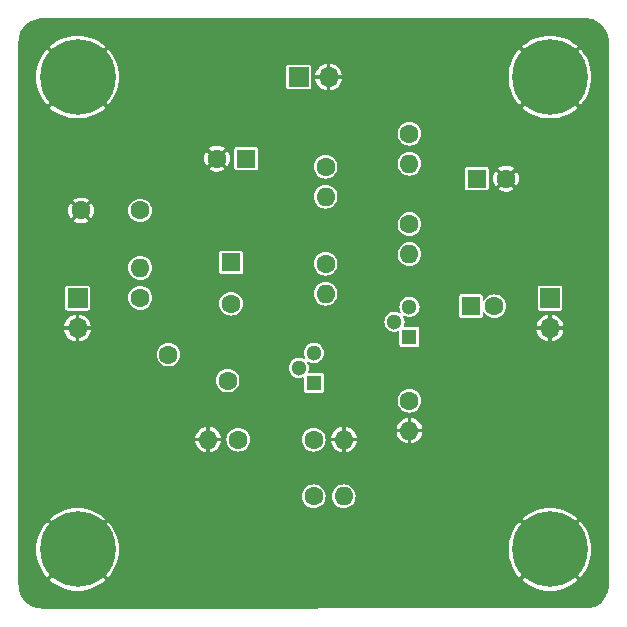
<source format=gbl>
%TF.GenerationSoftware,KiCad,Pcbnew,7.0.10-7.0.10~ubuntu22.04.1*%
%TF.CreationDate,2024-01-03T18:25:55-08:00*%
%TF.ProjectId,YamhillAFFeedbackAmp,59616d68-696c-46c4-9146-466565646261,A*%
%TF.SameCoordinates,Original*%
%TF.FileFunction,Copper,L2,Bot*%
%TF.FilePolarity,Positive*%
%FSLAX46Y46*%
G04 Gerber Fmt 4.6, Leading zero omitted, Abs format (unit mm)*
G04 Created by KiCad (PCBNEW 7.0.10-7.0.10~ubuntu22.04.1) date 2024-01-03 18:25:55*
%MOMM*%
%LPD*%
G01*
G04 APERTURE LIST*
%TA.AperFunction,ComponentPad*%
%ADD10R,1.300000X1.300000*%
%TD*%
%TA.AperFunction,ComponentPad*%
%ADD11C,1.300000*%
%TD*%
%TA.AperFunction,ComponentPad*%
%ADD12R,1.600000X1.600000*%
%TD*%
%TA.AperFunction,ComponentPad*%
%ADD13C,1.600000*%
%TD*%
%TA.AperFunction,ComponentPad*%
%ADD14O,1.600000X1.600000*%
%TD*%
%TA.AperFunction,ComponentPad*%
%ADD15C,0.800000*%
%TD*%
%TA.AperFunction,ComponentPad*%
%ADD16C,6.400000*%
%TD*%
%TA.AperFunction,ComponentPad*%
%ADD17R,1.700000X1.700000*%
%TD*%
%TA.AperFunction,ComponentPad*%
%ADD18O,1.700000X1.700000*%
%TD*%
%TA.AperFunction,ViaPad*%
%ADD19C,0.600000*%
%TD*%
G04 APERTURE END LIST*
D10*
%TO.P,Q2,1,E*%
%TO.N,Net-(Q2-E)*%
X125000000Y-80900000D03*
D11*
%TO.P,Q2,2,B*%
%TO.N,Net-(Q2-B)*%
X123730000Y-79630000D03*
%TO.P,Q2,3,C*%
%TO.N,Net-(Q1-B)*%
X125000000Y-78360000D03*
%TD*%
D12*
%TO.P,C1,1*%
%TO.N,Net-(C1-Pad1)*%
X138800000Y-63600000D03*
D13*
%TO.P,C1,2*%
%TO.N,GND*%
X141300000Y-63600000D03*
%TD*%
D12*
%TO.P,C3,1*%
%TO.N,Net-(Q1-C)*%
X138300000Y-74400000D03*
D13*
%TO.P,C3,2*%
%TO.N,Net-(J2-Pin_1)*%
X140300000Y-74400000D03*
%TD*%
%TO.P,R3,1*%
%TO.N,Net-(C1-Pad1)*%
X133100000Y-67455000D03*
D14*
%TO.P,R3,2*%
%TO.N,Net-(Q1-C)*%
X133100000Y-69995000D03*
%TD*%
D13*
%TO.P,R5,1*%
%TO.N,Net-(Q1-E)*%
X133100000Y-82400000D03*
D14*
%TO.P,R5,2*%
%TO.N,GND*%
X133100000Y-84940000D03*
%TD*%
D13*
%TO.P,R1,1*%
%TO.N,Net-(J1-Pin_1)*%
X133100000Y-59800000D03*
D14*
%TO.P,R1,2*%
%TO.N,Net-(C1-Pad1)*%
X133100000Y-62340000D03*
%TD*%
D15*
%TO.P,H2,1,1*%
%TO.N,GND*%
X102600000Y-55000000D03*
X103302944Y-53302944D03*
X103302944Y-56697056D03*
X105000000Y-52600000D03*
D16*
X105000000Y-55000000D03*
D15*
X105000000Y-57400000D03*
X106697056Y-53302944D03*
X106697056Y-56697056D03*
X107400000Y-55000000D03*
%TD*%
D13*
%TO.P,R8,1*%
%TO.N,Net-(Q2-E)*%
X125000000Y-85700000D03*
D14*
%TO.P,R8,2*%
%TO.N,GND*%
X127540000Y-85700000D03*
%TD*%
D10*
%TO.P,Q1,1,E*%
%TO.N,Net-(Q1-E)*%
X133100000Y-77000000D03*
D11*
%TO.P,Q1,2,B*%
%TO.N,Net-(Q1-B)*%
X131830000Y-75730000D03*
%TO.P,Q1,3,C*%
%TO.N,Net-(Q1-C)*%
X133100000Y-74460000D03*
%TD*%
D13*
%TO.P,L1,1,1*%
%TO.N,Net-(J3-Pin_1)*%
X112700000Y-78500000D03*
%TO.P,L1,2,2*%
%TO.N,Net-(C4-Pad2)*%
X117700000Y-80700000D03*
%TD*%
D12*
%TO.P,C4,1*%
%TO.N,Net-(Q2-B)*%
X118000000Y-70700000D03*
D13*
%TO.P,C4,2*%
%TO.N,Net-(C4-Pad2)*%
X118000000Y-74200000D03*
%TD*%
%TO.P,R6,1*%
%TO.N,Net-(J3-Pin_1)*%
X110300000Y-73700000D03*
D14*
%TO.P,R6,2*%
%TO.N,Net-(C5-Pad1)*%
X110300000Y-71160000D03*
%TD*%
D15*
%TO.P,H1,1,1*%
%TO.N,GND*%
X142600000Y-55000000D03*
X143302944Y-53302944D03*
X143302944Y-56697056D03*
X145000000Y-52600000D03*
D16*
X145000000Y-55000000D03*
D15*
X145000000Y-57400000D03*
X146697056Y-53302944D03*
X146697056Y-56697056D03*
X147400000Y-55000000D03*
%TD*%
%TO.P,H3,1,1*%
%TO.N,GND*%
X142600000Y-95000000D03*
X143302944Y-93302944D03*
X143302944Y-96697056D03*
X145000000Y-92600000D03*
D16*
X145000000Y-95000000D03*
D15*
X145000000Y-97400000D03*
X146697056Y-93302944D03*
X146697056Y-96697056D03*
X147400000Y-95000000D03*
%TD*%
%TO.P,H4,1,1*%
%TO.N,GND*%
X102600000Y-95000000D03*
X103302944Y-93302944D03*
X103302944Y-96697056D03*
X105000000Y-92600000D03*
D16*
X105000000Y-95000000D03*
D15*
X105000000Y-97400000D03*
X106697056Y-93302944D03*
X106697056Y-96697056D03*
X107400000Y-95000000D03*
%TD*%
D17*
%TO.P,J1,1,Pin_1*%
%TO.N,Net-(J1-Pin_1)*%
X123725000Y-55000000D03*
D18*
%TO.P,J1,2,Pin_2*%
%TO.N,GND*%
X126265000Y-55000000D03*
%TD*%
D13*
%TO.P,R2,1*%
%TO.N,Net-(J1-Pin_1)*%
X126000000Y-62600000D03*
D14*
%TO.P,R2,2*%
%TO.N,Net-(C2-Pad1)*%
X126000000Y-65140000D03*
%TD*%
D12*
%TO.P,C2,1*%
%TO.N,Net-(C2-Pad1)*%
X119282380Y-61900000D03*
D13*
%TO.P,C2,2*%
%TO.N,GND*%
X116782380Y-61900000D03*
%TD*%
%TO.P,R9,1*%
%TO.N,Net-(Q2-B)*%
X125000000Y-90500000D03*
D14*
%TO.P,R9,2*%
%TO.N,Net-(Q1-E)*%
X127540000Y-90500000D03*
%TD*%
D13*
%TO.P,C5,1*%
%TO.N,Net-(C5-Pad1)*%
X110300000Y-66300000D03*
%TO.P,C5,2*%
%TO.N,GND*%
X105300000Y-66300000D03*
%TD*%
%TO.P,R7,1*%
%TO.N,Net-(Q2-B)*%
X118600000Y-85700000D03*
D14*
%TO.P,R7,2*%
%TO.N,GND*%
X116060000Y-85700000D03*
%TD*%
D17*
%TO.P,J2,1,Pin_1*%
%TO.N,Net-(J2-Pin_1)*%
X145000000Y-73725000D03*
D18*
%TO.P,J2,2,Pin_2*%
%TO.N,GND*%
X145000000Y-76265000D03*
%TD*%
D17*
%TO.P,J3,1,Pin_1*%
%TO.N,Net-(J3-Pin_1)*%
X105000000Y-73725000D03*
D18*
%TO.P,J3,2,Pin_2*%
%TO.N,GND*%
X105000000Y-76265000D03*
%TD*%
D13*
%TO.P,R4,1*%
%TO.N,Net-(C2-Pad1)*%
X126000000Y-70800000D03*
D14*
%TO.P,R4,2*%
%TO.N,Net-(Q1-B)*%
X126000000Y-73340000D03*
%TD*%
D19*
%TO.N,GND*%
X122000000Y-99000000D03*
X142000000Y-99000000D03*
X149000000Y-87000000D03*
X147000000Y-51000000D03*
X101000000Y-87000000D03*
X149000000Y-77000000D03*
X101000000Y-72000000D03*
X122000000Y-51000000D03*
X112000000Y-99000000D03*
X142000000Y-51000000D03*
X127000000Y-51000000D03*
X149000000Y-67000000D03*
X149000000Y-97000000D03*
X149000000Y-52000000D03*
X149000000Y-82000000D03*
X101000000Y-57000000D03*
X101000000Y-52000000D03*
X107000000Y-99000000D03*
X132000000Y-51000000D03*
X117000000Y-51000000D03*
X127000000Y-99000000D03*
X102000000Y-51000000D03*
X149000000Y-72000000D03*
X137000000Y-99000000D03*
X101000000Y-62000000D03*
X101000000Y-67000000D03*
X112000000Y-51000000D03*
X107000000Y-51000000D03*
X149000000Y-62000000D03*
X149000000Y-57000000D03*
X137000000Y-51000000D03*
X101000000Y-82000000D03*
X149000000Y-92000000D03*
X132000000Y-99000000D03*
X101000000Y-97000000D03*
X102000000Y-99000000D03*
X147000000Y-99000000D03*
X101000000Y-92000000D03*
X101000000Y-77000000D03*
X117000000Y-99000000D03*
%TD*%
%TA.AperFunction,Conductor*%
%TO.N,GND*%
G36*
X106661385Y-96449253D02*
G01*
X106599511Y-96461561D01*
X106516816Y-96516816D01*
X106461561Y-96599511D01*
X106449253Y-96661385D01*
X106020456Y-96232588D01*
X106134870Y-96134870D01*
X106232588Y-96020456D01*
X106661385Y-96449253D01*
G37*
%TD.AperFunction*%
%TA.AperFunction,Conductor*%
G36*
X103865130Y-96134870D02*
G01*
X103979543Y-96232587D01*
X103550746Y-96661384D01*
X103538439Y-96599511D01*
X103483184Y-96516816D01*
X103400489Y-96461561D01*
X103338613Y-96449253D01*
X103767411Y-96020455D01*
X103865130Y-96134870D01*
G37*
%TD.AperFunction*%
%TA.AperFunction,Conductor*%
G36*
X103979544Y-93767411D02*
G01*
X103865130Y-93865130D01*
X103767411Y-93979544D01*
X103338613Y-93550746D01*
X103400489Y-93538439D01*
X103483184Y-93483184D01*
X103538439Y-93400489D01*
X103550746Y-93338613D01*
X103979544Y-93767411D01*
G37*
%TD.AperFunction*%
%TA.AperFunction,Conductor*%
G36*
X106461561Y-93400489D02*
G01*
X106516816Y-93483184D01*
X106599511Y-93538439D01*
X106661384Y-93550746D01*
X106232587Y-93979543D01*
X106134870Y-93865130D01*
X106020455Y-93767411D01*
X106449253Y-93338613D01*
X106461561Y-93400489D01*
G37*
%TD.AperFunction*%
%TA.AperFunction,Conductor*%
G36*
X146661385Y-96449253D02*
G01*
X146599511Y-96461561D01*
X146516816Y-96516816D01*
X146461561Y-96599511D01*
X146449253Y-96661385D01*
X146020456Y-96232588D01*
X146134870Y-96134870D01*
X146232588Y-96020456D01*
X146661385Y-96449253D01*
G37*
%TD.AperFunction*%
%TA.AperFunction,Conductor*%
G36*
X143865130Y-96134870D02*
G01*
X143979543Y-96232587D01*
X143550746Y-96661384D01*
X143538439Y-96599511D01*
X143483184Y-96516816D01*
X143400489Y-96461561D01*
X143338613Y-96449253D01*
X143767411Y-96020455D01*
X143865130Y-96134870D01*
G37*
%TD.AperFunction*%
%TA.AperFunction,Conductor*%
G36*
X143979544Y-93767411D02*
G01*
X143865130Y-93865130D01*
X143767411Y-93979544D01*
X143338613Y-93550746D01*
X143400489Y-93538439D01*
X143483184Y-93483184D01*
X143538439Y-93400489D01*
X143550746Y-93338613D01*
X143979544Y-93767411D01*
G37*
%TD.AperFunction*%
%TA.AperFunction,Conductor*%
G36*
X146461561Y-93400489D02*
G01*
X146516816Y-93483184D01*
X146599511Y-93538439D01*
X146661384Y-93550746D01*
X146232587Y-93979543D01*
X146134870Y-93865130D01*
X146020455Y-93767411D01*
X146449253Y-93338613D01*
X146461561Y-93400489D01*
G37*
%TD.AperFunction*%
%TA.AperFunction,Conductor*%
G36*
X106661385Y-56449253D02*
G01*
X106599511Y-56461561D01*
X106516816Y-56516816D01*
X106461561Y-56599511D01*
X106449253Y-56661385D01*
X106020456Y-56232588D01*
X106134870Y-56134870D01*
X106232588Y-56020456D01*
X106661385Y-56449253D01*
G37*
%TD.AperFunction*%
%TA.AperFunction,Conductor*%
G36*
X103865130Y-56134870D02*
G01*
X103979543Y-56232587D01*
X103550746Y-56661384D01*
X103538439Y-56599511D01*
X103483184Y-56516816D01*
X103400489Y-56461561D01*
X103338613Y-56449253D01*
X103767411Y-56020455D01*
X103865130Y-56134870D01*
G37*
%TD.AperFunction*%
%TA.AperFunction,Conductor*%
G36*
X103979544Y-53767411D02*
G01*
X103865130Y-53865130D01*
X103767411Y-53979544D01*
X103338613Y-53550746D01*
X103400489Y-53538439D01*
X103483184Y-53483184D01*
X103538439Y-53400489D01*
X103550746Y-53338613D01*
X103979544Y-53767411D01*
G37*
%TD.AperFunction*%
%TA.AperFunction,Conductor*%
G36*
X106461561Y-53400489D02*
G01*
X106516816Y-53483184D01*
X106599511Y-53538439D01*
X106661384Y-53550746D01*
X106232587Y-53979543D01*
X106134870Y-53865130D01*
X106020455Y-53767411D01*
X106449253Y-53338613D01*
X106461561Y-53400489D01*
G37*
%TD.AperFunction*%
%TA.AperFunction,Conductor*%
G36*
X146661385Y-56449253D02*
G01*
X146599511Y-56461561D01*
X146516816Y-56516816D01*
X146461561Y-56599511D01*
X146449253Y-56661385D01*
X146020456Y-56232588D01*
X146134870Y-56134870D01*
X146232588Y-56020456D01*
X146661385Y-56449253D01*
G37*
%TD.AperFunction*%
%TA.AperFunction,Conductor*%
G36*
X143865130Y-56134870D02*
G01*
X143979543Y-56232587D01*
X143550746Y-56661384D01*
X143538439Y-56599511D01*
X143483184Y-56516816D01*
X143400489Y-56461561D01*
X143338613Y-56449253D01*
X143767411Y-56020455D01*
X143865130Y-56134870D01*
G37*
%TD.AperFunction*%
%TA.AperFunction,Conductor*%
G36*
X143979544Y-53767411D02*
G01*
X143865130Y-53865130D01*
X143767411Y-53979544D01*
X143338613Y-53550746D01*
X143400489Y-53538439D01*
X143483184Y-53483184D01*
X143538439Y-53400489D01*
X143550746Y-53338613D01*
X143979544Y-53767411D01*
G37*
%TD.AperFunction*%
%TA.AperFunction,Conductor*%
G36*
X146461561Y-53400489D02*
G01*
X146516816Y-53483184D01*
X146599511Y-53538439D01*
X146661384Y-53550746D01*
X146232587Y-53979543D01*
X146134870Y-53865130D01*
X146020455Y-53767411D01*
X146449253Y-53338613D01*
X146461561Y-53400489D01*
G37*
%TD.AperFunction*%
%TA.AperFunction,Conductor*%
G36*
X124666055Y-50000948D02*
G01*
X124887981Y-50001067D01*
X124888183Y-50001067D01*
X124888222Y-50001081D01*
X124888223Y-50001068D01*
X136272024Y-50013226D01*
X148177832Y-50025943D01*
X148185686Y-50026370D01*
X148430663Y-50052841D01*
X148443547Y-50055409D01*
X148681984Y-50125420D01*
X148686985Y-50127085D01*
X148694671Y-50129952D01*
X148699540Y-50131968D01*
X148951239Y-50246914D01*
X148960503Y-50251973D01*
X149191047Y-50400134D01*
X149199500Y-50406462D01*
X149406610Y-50585924D01*
X149414075Y-50593389D01*
X149593537Y-50800499D01*
X149599865Y-50808952D01*
X149748026Y-51039496D01*
X149753086Y-51048762D01*
X149868031Y-51300457D01*
X149870052Y-51305337D01*
X149874513Y-51317297D01*
X149876181Y-51322310D01*
X149943606Y-51551939D01*
X149946180Y-51564880D01*
X149971523Y-51800717D01*
X149971947Y-51808632D01*
X149966958Y-98226211D01*
X149966534Y-98234117D01*
X149943675Y-98446643D01*
X149941102Y-98459577D01*
X149880306Y-98666630D01*
X149878637Y-98671643D01*
X149870048Y-98694670D01*
X149868027Y-98699550D01*
X149753086Y-98951237D01*
X149748026Y-98960503D01*
X149599865Y-99191047D01*
X149593537Y-99199500D01*
X149414075Y-99406610D01*
X149406610Y-99414075D01*
X149199500Y-99593537D01*
X149191047Y-99599865D01*
X148960503Y-99748026D01*
X148951237Y-99753086D01*
X148699542Y-99868031D01*
X148694661Y-99870052D01*
X148673641Y-99877892D01*
X148668648Y-99879554D01*
X148457480Y-99941558D01*
X148444571Y-99944128D01*
X148227805Y-99967505D01*
X148219920Y-99967932D01*
X102116357Y-99998592D01*
X102113691Y-99998546D01*
X101852439Y-99989302D01*
X101844525Y-99988595D01*
X101587590Y-99951653D01*
X101582391Y-99950715D01*
X101580668Y-99950340D01*
X101578542Y-99949877D01*
X101573430Y-99948572D01*
X101307930Y-99870614D01*
X101298038Y-99866925D01*
X101048763Y-99753086D01*
X101039496Y-99748026D01*
X100808952Y-99599865D01*
X100800499Y-99593537D01*
X100593389Y-99414075D01*
X100585924Y-99406610D01*
X100406462Y-99199500D01*
X100400134Y-99191047D01*
X100251973Y-98960503D01*
X100246913Y-98951236D01*
X100133074Y-98701961D01*
X100129385Y-98692069D01*
X100052175Y-98429116D01*
X100049930Y-98418799D01*
X100037632Y-98333264D01*
X100010742Y-98146234D01*
X100010037Y-98138350D01*
X100000547Y-97872635D01*
X100000500Y-97869994D01*
X100000500Y-95000000D01*
X101495197Y-95000000D01*
X101514397Y-95366355D01*
X101514397Y-95366356D01*
X101571783Y-95728683D01*
X101666735Y-96083046D01*
X101798201Y-96425527D01*
X101798205Y-96425538D01*
X101964746Y-96752393D01*
X102164556Y-97060073D01*
X102395426Y-97345173D01*
X102419060Y-97368807D01*
X103055141Y-96732725D01*
X103067449Y-96794601D01*
X103122704Y-96877296D01*
X103205399Y-96932551D01*
X103267272Y-96944858D01*
X102631192Y-97580939D01*
X102654826Y-97604573D01*
X102939926Y-97835443D01*
X103247606Y-98035253D01*
X103574461Y-98201794D01*
X103574472Y-98201798D01*
X103916953Y-98333264D01*
X104271316Y-98428216D01*
X104633643Y-98485602D01*
X105000000Y-98504802D01*
X105366355Y-98485602D01*
X105366356Y-98485602D01*
X105728683Y-98428216D01*
X106083046Y-98333264D01*
X106425527Y-98201798D01*
X106425538Y-98201794D01*
X106752393Y-98035253D01*
X107060073Y-97835443D01*
X107345173Y-97604573D01*
X107368806Y-97580938D01*
X106732726Y-96944858D01*
X106794601Y-96932551D01*
X106877296Y-96877296D01*
X106932551Y-96794601D01*
X106944858Y-96732726D01*
X107580938Y-97368806D01*
X107604573Y-97345173D01*
X107835443Y-97060073D01*
X108035253Y-96752393D01*
X108201794Y-96425538D01*
X108201798Y-96425527D01*
X108333264Y-96083046D01*
X108428216Y-95728683D01*
X108485602Y-95366356D01*
X108485602Y-95366355D01*
X108504802Y-95000000D01*
X141495197Y-95000000D01*
X141514397Y-95366355D01*
X141514397Y-95366356D01*
X141571783Y-95728683D01*
X141666735Y-96083046D01*
X141798201Y-96425527D01*
X141798205Y-96425538D01*
X141964746Y-96752393D01*
X142164556Y-97060073D01*
X142395426Y-97345173D01*
X142419060Y-97368807D01*
X143055141Y-96732725D01*
X143067449Y-96794601D01*
X143122704Y-96877296D01*
X143205399Y-96932551D01*
X143267272Y-96944858D01*
X142631192Y-97580939D01*
X142654826Y-97604573D01*
X142939926Y-97835443D01*
X143247606Y-98035253D01*
X143574461Y-98201794D01*
X143574472Y-98201798D01*
X143916953Y-98333264D01*
X144271316Y-98428216D01*
X144633643Y-98485602D01*
X145000000Y-98504802D01*
X145366355Y-98485602D01*
X145366356Y-98485602D01*
X145728683Y-98428216D01*
X146083046Y-98333264D01*
X146425527Y-98201798D01*
X146425538Y-98201794D01*
X146752393Y-98035253D01*
X147060073Y-97835443D01*
X147345173Y-97604573D01*
X147368806Y-97580938D01*
X146732726Y-96944858D01*
X146794601Y-96932551D01*
X146877296Y-96877296D01*
X146932551Y-96794601D01*
X146944858Y-96732726D01*
X147580938Y-97368806D01*
X147604573Y-97345173D01*
X147835443Y-97060073D01*
X148035253Y-96752393D01*
X148201794Y-96425538D01*
X148201798Y-96425527D01*
X148333264Y-96083046D01*
X148428216Y-95728683D01*
X148485602Y-95366356D01*
X148485602Y-95366355D01*
X148504802Y-95000000D01*
X148485602Y-94633644D01*
X148485602Y-94633643D01*
X148428216Y-94271316D01*
X148333264Y-93916953D01*
X148201794Y-93574461D01*
X148201791Y-93574456D01*
X148035253Y-93247607D01*
X147835443Y-92939926D01*
X147604573Y-92654826D01*
X147580939Y-92631192D01*
X146944858Y-93267272D01*
X146932551Y-93205399D01*
X146877296Y-93122704D01*
X146794601Y-93067449D01*
X146732725Y-93055141D01*
X147368807Y-92419060D01*
X147345173Y-92395426D01*
X147060073Y-92164556D01*
X146752393Y-91964746D01*
X146425538Y-91798205D01*
X146425527Y-91798201D01*
X146083046Y-91666735D01*
X145728683Y-91571783D01*
X145366356Y-91514397D01*
X145000000Y-91495197D01*
X144633644Y-91514397D01*
X144633643Y-91514397D01*
X144271316Y-91571783D01*
X143916953Y-91666735D01*
X143574461Y-91798205D01*
X143574456Y-91798208D01*
X143247607Y-91964746D01*
X142939926Y-92164556D01*
X142654827Y-92395425D01*
X142631192Y-92419059D01*
X143267274Y-93055141D01*
X143205399Y-93067449D01*
X143122704Y-93122704D01*
X143067449Y-93205399D01*
X143055141Y-93267274D01*
X142419059Y-92631192D01*
X142395425Y-92654827D01*
X142164556Y-92939926D01*
X141964746Y-93247607D01*
X141798208Y-93574456D01*
X141798205Y-93574461D01*
X141666735Y-93916953D01*
X141571783Y-94271316D01*
X141514397Y-94633643D01*
X141514397Y-94633644D01*
X141495197Y-95000000D01*
X108504802Y-95000000D01*
X108485602Y-94633644D01*
X108485602Y-94633643D01*
X108428216Y-94271316D01*
X108333264Y-93916953D01*
X108201794Y-93574461D01*
X108201791Y-93574456D01*
X108035253Y-93247607D01*
X107835443Y-92939926D01*
X107604573Y-92654826D01*
X107580939Y-92631192D01*
X106944858Y-93267272D01*
X106932551Y-93205399D01*
X106877296Y-93122704D01*
X106794601Y-93067449D01*
X106732725Y-93055141D01*
X107368807Y-92419060D01*
X107345173Y-92395426D01*
X107060073Y-92164556D01*
X106752393Y-91964746D01*
X106425538Y-91798205D01*
X106425527Y-91798201D01*
X106083046Y-91666735D01*
X105728683Y-91571783D01*
X105366356Y-91514397D01*
X105000000Y-91495197D01*
X104633644Y-91514397D01*
X104633643Y-91514397D01*
X104271316Y-91571783D01*
X103916953Y-91666735D01*
X103574461Y-91798205D01*
X103574456Y-91798208D01*
X103247607Y-91964746D01*
X102939926Y-92164556D01*
X102654827Y-92395425D01*
X102631192Y-92419059D01*
X103267274Y-93055141D01*
X103205399Y-93067449D01*
X103122704Y-93122704D01*
X103067449Y-93205399D01*
X103055141Y-93267274D01*
X102419059Y-92631192D01*
X102395425Y-92654827D01*
X102164556Y-92939926D01*
X101964746Y-93247607D01*
X101798208Y-93574456D01*
X101798205Y-93574461D01*
X101666735Y-93916953D01*
X101571783Y-94271316D01*
X101514397Y-94633643D01*
X101514397Y-94633644D01*
X101495197Y-95000000D01*
X100000500Y-95000000D01*
X100000500Y-90500000D01*
X123994659Y-90500000D01*
X124013976Y-90696133D01*
X124071187Y-90884731D01*
X124158776Y-91048597D01*
X124164090Y-91058538D01*
X124289117Y-91210883D01*
X124441462Y-91335910D01*
X124518426Y-91377048D01*
X124615268Y-91428812D01*
X124615270Y-91428812D01*
X124615273Y-91428814D01*
X124803868Y-91486024D01*
X125000000Y-91505341D01*
X125196132Y-91486024D01*
X125384727Y-91428814D01*
X125558538Y-91335910D01*
X125710883Y-91210883D01*
X125835910Y-91058538D01*
X125928814Y-90884727D01*
X125986024Y-90696132D01*
X126005341Y-90500000D01*
X126534659Y-90500000D01*
X126553976Y-90696133D01*
X126611187Y-90884731D01*
X126698776Y-91048597D01*
X126704090Y-91058538D01*
X126829117Y-91210883D01*
X126981462Y-91335910D01*
X127058426Y-91377048D01*
X127155268Y-91428812D01*
X127155270Y-91428812D01*
X127155273Y-91428814D01*
X127343868Y-91486024D01*
X127540000Y-91505341D01*
X127736132Y-91486024D01*
X127924727Y-91428814D01*
X128098538Y-91335910D01*
X128250883Y-91210883D01*
X128375910Y-91058538D01*
X128468814Y-90884727D01*
X128526024Y-90696132D01*
X128545341Y-90500000D01*
X128526024Y-90303868D01*
X128468814Y-90115273D01*
X128468812Y-90115270D01*
X128468812Y-90115268D01*
X128417048Y-90018426D01*
X128375910Y-89941462D01*
X128250883Y-89789117D01*
X128098538Y-89664090D01*
X128088597Y-89658776D01*
X127924731Y-89571187D01*
X127736133Y-89513976D01*
X127540000Y-89494659D01*
X127343866Y-89513976D01*
X127155268Y-89571187D01*
X126981463Y-89664089D01*
X126829117Y-89789117D01*
X126704089Y-89941463D01*
X126611187Y-90115268D01*
X126553976Y-90303866D01*
X126534659Y-90500000D01*
X126005341Y-90500000D01*
X125986024Y-90303868D01*
X125928814Y-90115273D01*
X125928812Y-90115270D01*
X125928812Y-90115268D01*
X125877048Y-90018426D01*
X125835910Y-89941462D01*
X125710883Y-89789117D01*
X125558538Y-89664090D01*
X125548597Y-89658776D01*
X125384731Y-89571187D01*
X125196133Y-89513976D01*
X125000000Y-89494659D01*
X124803866Y-89513976D01*
X124615268Y-89571187D01*
X124441463Y-89664089D01*
X124289117Y-89789117D01*
X124164089Y-89941463D01*
X124071187Y-90115268D01*
X124013976Y-90303866D01*
X123994659Y-90500000D01*
X100000500Y-90500000D01*
X100000500Y-85850001D01*
X114969186Y-85850001D01*
X114974095Y-85902977D01*
X114974097Y-85902991D01*
X115029884Y-86099062D01*
X115029886Y-86099067D01*
X115120754Y-86281557D01*
X115120756Y-86281560D01*
X115243605Y-86444239D01*
X115243606Y-86444240D01*
X115394261Y-86581579D01*
X115567582Y-86688895D01*
X115567591Y-86688900D01*
X115757680Y-86762540D01*
X115909999Y-86791013D01*
X115910000Y-86791013D01*
X115910000Y-86072502D01*
X115934852Y-86085165D01*
X116028519Y-86100000D01*
X116091481Y-86100000D01*
X116185148Y-86085165D01*
X116210000Y-86072502D01*
X116210000Y-86791013D01*
X116362319Y-86762540D01*
X116552408Y-86688900D01*
X116552417Y-86688895D01*
X116725738Y-86581579D01*
X116725739Y-86581579D01*
X116876393Y-86444240D01*
X116876394Y-86444239D01*
X116999243Y-86281560D01*
X116999245Y-86281557D01*
X117090113Y-86099067D01*
X117090115Y-86099062D01*
X117145902Y-85902991D01*
X117145904Y-85902977D01*
X117150813Y-85850001D01*
X117150812Y-85850000D01*
X116432502Y-85850000D01*
X116445165Y-85825148D01*
X116464986Y-85700000D01*
X117594659Y-85700000D01*
X117613976Y-85896133D01*
X117671187Y-86084731D01*
X117758776Y-86248597D01*
X117764090Y-86258538D01*
X117889117Y-86410883D01*
X118041462Y-86535910D01*
X118118426Y-86577048D01*
X118215268Y-86628812D01*
X118215270Y-86628812D01*
X118215273Y-86628814D01*
X118403868Y-86686024D01*
X118600000Y-86705341D01*
X118796132Y-86686024D01*
X118984727Y-86628814D01*
X119158538Y-86535910D01*
X119310883Y-86410883D01*
X119435910Y-86258538D01*
X119528814Y-86084727D01*
X119586024Y-85896132D01*
X119605341Y-85700000D01*
X123994659Y-85700000D01*
X124013976Y-85896133D01*
X124071187Y-86084731D01*
X124158776Y-86248597D01*
X124164090Y-86258538D01*
X124289117Y-86410883D01*
X124441462Y-86535910D01*
X124518426Y-86577048D01*
X124615268Y-86628812D01*
X124615270Y-86628812D01*
X124615273Y-86628814D01*
X124803868Y-86686024D01*
X125000000Y-86705341D01*
X125196132Y-86686024D01*
X125384727Y-86628814D01*
X125558538Y-86535910D01*
X125710883Y-86410883D01*
X125835910Y-86258538D01*
X125928814Y-86084727D01*
X125986024Y-85896132D01*
X125990567Y-85850001D01*
X126449186Y-85850001D01*
X126454095Y-85902977D01*
X126454097Y-85902991D01*
X126509884Y-86099062D01*
X126509886Y-86099067D01*
X126600754Y-86281557D01*
X126600756Y-86281560D01*
X126723605Y-86444239D01*
X126723606Y-86444240D01*
X126874261Y-86581579D01*
X127047582Y-86688895D01*
X127047591Y-86688900D01*
X127237680Y-86762540D01*
X127389999Y-86791013D01*
X127390000Y-86791013D01*
X127390000Y-86072502D01*
X127414852Y-86085165D01*
X127508519Y-86100000D01*
X127571481Y-86100000D01*
X127665148Y-86085165D01*
X127690000Y-86072502D01*
X127690000Y-86791013D01*
X127842319Y-86762540D01*
X128032408Y-86688900D01*
X128032417Y-86688895D01*
X128205738Y-86581579D01*
X128205739Y-86581579D01*
X128356393Y-86444240D01*
X128356394Y-86444239D01*
X128479243Y-86281560D01*
X128479245Y-86281557D01*
X128570113Y-86099067D01*
X128570115Y-86099062D01*
X128625902Y-85902991D01*
X128625904Y-85902977D01*
X128630813Y-85850001D01*
X128630812Y-85850000D01*
X127912502Y-85850000D01*
X127925165Y-85825148D01*
X127944986Y-85700000D01*
X127925165Y-85574852D01*
X127912502Y-85550000D01*
X128630812Y-85550000D01*
X128630813Y-85549998D01*
X128625904Y-85497022D01*
X128625902Y-85497008D01*
X128570115Y-85300937D01*
X128570113Y-85300932D01*
X128479245Y-85118442D01*
X128479243Y-85118439D01*
X128457768Y-85090001D01*
X132009186Y-85090001D01*
X132014095Y-85142977D01*
X132014097Y-85142991D01*
X132069884Y-85339062D01*
X132069886Y-85339067D01*
X132160754Y-85521557D01*
X132160756Y-85521560D01*
X132283605Y-85684239D01*
X132283606Y-85684240D01*
X132434261Y-85821579D01*
X132607582Y-85928895D01*
X132607591Y-85928900D01*
X132797680Y-86002540D01*
X132949999Y-86031013D01*
X132950000Y-86031013D01*
X132950000Y-85312502D01*
X132974852Y-85325165D01*
X133068519Y-85340000D01*
X133131481Y-85340000D01*
X133225148Y-85325165D01*
X133250000Y-85312502D01*
X133250000Y-86031013D01*
X133402319Y-86002540D01*
X133592408Y-85928900D01*
X133592417Y-85928895D01*
X133765738Y-85821579D01*
X133765739Y-85821579D01*
X133916393Y-85684240D01*
X133916394Y-85684239D01*
X134039243Y-85521560D01*
X134039245Y-85521557D01*
X134130113Y-85339067D01*
X134130115Y-85339062D01*
X134185902Y-85142991D01*
X134185904Y-85142977D01*
X134190813Y-85090001D01*
X134190812Y-85090000D01*
X133472502Y-85090000D01*
X133485165Y-85065148D01*
X133504986Y-84940000D01*
X133485165Y-84814852D01*
X133472502Y-84790000D01*
X134190812Y-84790000D01*
X134190813Y-84789998D01*
X134185904Y-84737022D01*
X134185902Y-84737008D01*
X134130115Y-84540937D01*
X134130113Y-84540932D01*
X134039245Y-84358442D01*
X134039243Y-84358439D01*
X133916394Y-84195760D01*
X133916393Y-84195759D01*
X133765738Y-84058420D01*
X133592417Y-83951104D01*
X133592408Y-83951099D01*
X133402321Y-83877459D01*
X133250000Y-83848985D01*
X133250000Y-84567497D01*
X133225148Y-84554835D01*
X133131481Y-84540000D01*
X133068519Y-84540000D01*
X132974852Y-84554835D01*
X132950000Y-84567497D01*
X132950000Y-83848985D01*
X132949999Y-83848985D01*
X132797678Y-83877459D01*
X132607591Y-83951099D01*
X132607582Y-83951104D01*
X132434261Y-84058420D01*
X132434260Y-84058420D01*
X132283606Y-84195759D01*
X132283605Y-84195760D01*
X132160756Y-84358439D01*
X132160754Y-84358442D01*
X132069886Y-84540932D01*
X132069884Y-84540937D01*
X132014097Y-84737008D01*
X132014095Y-84737022D01*
X132009186Y-84789998D01*
X132009188Y-84790000D01*
X132727498Y-84790000D01*
X132714835Y-84814852D01*
X132695014Y-84940000D01*
X132714835Y-85065148D01*
X132727498Y-85090000D01*
X132009188Y-85090000D01*
X132009186Y-85090001D01*
X128457768Y-85090001D01*
X128356394Y-84955760D01*
X128356393Y-84955759D01*
X128205738Y-84818420D01*
X128032417Y-84711104D01*
X128032408Y-84711099D01*
X127842321Y-84637459D01*
X127690000Y-84608985D01*
X127690000Y-85327497D01*
X127665148Y-85314835D01*
X127571481Y-85300000D01*
X127508519Y-85300000D01*
X127414852Y-85314835D01*
X127390000Y-85327497D01*
X127390000Y-84608985D01*
X127389999Y-84608985D01*
X127237678Y-84637459D01*
X127047591Y-84711099D01*
X127047582Y-84711104D01*
X126874261Y-84818420D01*
X126874260Y-84818420D01*
X126723606Y-84955759D01*
X126723605Y-84955760D01*
X126600756Y-85118439D01*
X126600754Y-85118442D01*
X126509886Y-85300932D01*
X126509884Y-85300937D01*
X126454097Y-85497008D01*
X126454095Y-85497022D01*
X126449186Y-85549998D01*
X126449188Y-85550000D01*
X127167498Y-85550000D01*
X127154835Y-85574852D01*
X127135014Y-85700000D01*
X127154835Y-85825148D01*
X127167498Y-85850000D01*
X126449188Y-85850000D01*
X126449186Y-85850001D01*
X125990567Y-85850001D01*
X126005341Y-85700000D01*
X125986024Y-85503868D01*
X125928814Y-85315273D01*
X125928812Y-85315270D01*
X125928812Y-85315268D01*
X125836727Y-85142991D01*
X125835910Y-85141462D01*
X125710883Y-84989117D01*
X125558538Y-84864090D01*
X125473096Y-84818420D01*
X125384731Y-84771187D01*
X125196133Y-84713976D01*
X125000000Y-84694659D01*
X124803866Y-84713976D01*
X124615268Y-84771187D01*
X124441463Y-84864089D01*
X124289117Y-84989117D01*
X124164089Y-85141463D01*
X124071187Y-85315268D01*
X124013976Y-85503866D01*
X123994659Y-85700000D01*
X119605341Y-85700000D01*
X119586024Y-85503868D01*
X119528814Y-85315273D01*
X119528812Y-85315270D01*
X119528812Y-85315268D01*
X119436727Y-85142991D01*
X119435910Y-85141462D01*
X119310883Y-84989117D01*
X119158538Y-84864090D01*
X119073096Y-84818420D01*
X118984731Y-84771187D01*
X118796133Y-84713976D01*
X118600000Y-84694659D01*
X118403866Y-84713976D01*
X118215268Y-84771187D01*
X118041463Y-84864089D01*
X117889117Y-84989117D01*
X117764089Y-85141463D01*
X117671187Y-85315268D01*
X117613976Y-85503866D01*
X117594659Y-85700000D01*
X116464986Y-85700000D01*
X116445165Y-85574852D01*
X116432502Y-85550000D01*
X117150812Y-85550000D01*
X117150813Y-85549998D01*
X117145904Y-85497022D01*
X117145902Y-85497008D01*
X117090115Y-85300937D01*
X117090113Y-85300932D01*
X116999245Y-85118442D01*
X116999243Y-85118439D01*
X116876394Y-84955760D01*
X116876393Y-84955759D01*
X116725738Y-84818420D01*
X116552417Y-84711104D01*
X116552408Y-84711099D01*
X116362321Y-84637459D01*
X116210000Y-84608985D01*
X116210000Y-85327497D01*
X116185148Y-85314835D01*
X116091481Y-85300000D01*
X116028519Y-85300000D01*
X115934852Y-85314835D01*
X115910000Y-85327497D01*
X115910000Y-84608985D01*
X115909999Y-84608985D01*
X115757678Y-84637459D01*
X115567591Y-84711099D01*
X115567582Y-84711104D01*
X115394261Y-84818420D01*
X115394260Y-84818420D01*
X115243606Y-84955759D01*
X115243605Y-84955760D01*
X115120756Y-85118439D01*
X115120754Y-85118442D01*
X115029886Y-85300932D01*
X115029884Y-85300937D01*
X114974097Y-85497008D01*
X114974095Y-85497022D01*
X114969186Y-85549998D01*
X114969188Y-85550000D01*
X115687498Y-85550000D01*
X115674835Y-85574852D01*
X115655014Y-85700000D01*
X115674835Y-85825148D01*
X115687498Y-85850000D01*
X114969188Y-85850000D01*
X114969186Y-85850001D01*
X100000500Y-85850001D01*
X100000500Y-82400000D01*
X132094659Y-82400000D01*
X132113976Y-82596133D01*
X132171187Y-82784731D01*
X132258776Y-82948597D01*
X132264090Y-82958538D01*
X132389117Y-83110883D01*
X132541462Y-83235910D01*
X132618426Y-83277048D01*
X132715268Y-83328812D01*
X132715270Y-83328812D01*
X132715273Y-83328814D01*
X132903868Y-83386024D01*
X133100000Y-83405341D01*
X133296132Y-83386024D01*
X133484727Y-83328814D01*
X133658538Y-83235910D01*
X133810883Y-83110883D01*
X133935910Y-82958538D01*
X134028814Y-82784727D01*
X134086024Y-82596132D01*
X134105341Y-82400000D01*
X134086024Y-82203868D01*
X134028814Y-82015273D01*
X134028812Y-82015270D01*
X134028812Y-82015268D01*
X133977048Y-81918426D01*
X133935910Y-81841462D01*
X133810883Y-81689117D01*
X133658538Y-81564090D01*
X133648597Y-81558776D01*
X133484731Y-81471187D01*
X133296133Y-81413976D01*
X133100000Y-81394659D01*
X132903866Y-81413976D01*
X132715268Y-81471187D01*
X132541463Y-81564089D01*
X132389117Y-81689117D01*
X132264089Y-81841463D01*
X132171187Y-82015268D01*
X132113976Y-82203866D01*
X132094659Y-82400000D01*
X100000500Y-82400000D01*
X100000500Y-80700000D01*
X116694659Y-80700000D01*
X116713976Y-80896133D01*
X116771187Y-81084731D01*
X116858776Y-81248597D01*
X116864090Y-81258538D01*
X116989117Y-81410883D01*
X117141462Y-81535910D01*
X117218426Y-81577048D01*
X117315268Y-81628812D01*
X117315270Y-81628812D01*
X117315273Y-81628814D01*
X117503868Y-81686024D01*
X117700000Y-81705341D01*
X117896132Y-81686024D01*
X118084727Y-81628814D01*
X118258538Y-81535910D01*
X118410883Y-81410883D01*
X118535910Y-81258538D01*
X118628814Y-81084727D01*
X118686024Y-80896132D01*
X118705341Y-80700000D01*
X118686024Y-80503868D01*
X118628814Y-80315273D01*
X118628812Y-80315270D01*
X118628812Y-80315268D01*
X118552108Y-80171767D01*
X118535910Y-80141462D01*
X118410883Y-79989117D01*
X118258538Y-79864090D01*
X118248597Y-79858776D01*
X118084731Y-79771187D01*
X117896133Y-79713976D01*
X117700000Y-79694659D01*
X117503866Y-79713976D01*
X117315268Y-79771187D01*
X117141463Y-79864089D01*
X116989117Y-79989117D01*
X116864089Y-80141463D01*
X116771187Y-80315268D01*
X116713976Y-80503866D01*
X116694659Y-80700000D01*
X100000500Y-80700000D01*
X100000500Y-79630000D01*
X122874815Y-79630000D01*
X122889654Y-79771187D01*
X122893504Y-79807808D01*
X122948748Y-79977831D01*
X123038138Y-80132662D01*
X123038141Y-80132665D01*
X123157772Y-80265528D01*
X123302400Y-80370608D01*
X123302407Y-80370612D01*
X123465733Y-80443329D01*
X123640609Y-80480500D01*
X123640610Y-80480500D01*
X123819390Y-80480500D01*
X123819391Y-80480500D01*
X123994267Y-80443329D01*
X124045403Y-80420561D01*
X124095896Y-80417030D01*
X124136848Y-80446783D01*
X124149500Y-80488164D01*
X124149500Y-81569746D01*
X124161133Y-81628232D01*
X124190608Y-81672343D01*
X124205448Y-81694552D01*
X124221595Y-81705341D01*
X124271767Y-81738866D01*
X124271768Y-81738866D01*
X124271769Y-81738867D01*
X124330252Y-81750500D01*
X124330254Y-81750500D01*
X125669746Y-81750500D01*
X125669748Y-81750500D01*
X125728231Y-81738867D01*
X125794552Y-81694552D01*
X125838867Y-81628231D01*
X125850500Y-81569748D01*
X125850500Y-80230252D01*
X125838867Y-80171769D01*
X125794552Y-80105448D01*
X125772343Y-80090608D01*
X125728232Y-80061133D01*
X125728233Y-80061133D01*
X125698989Y-80055316D01*
X125669748Y-80049500D01*
X125669746Y-80049500D01*
X124589817Y-80049500D01*
X124542251Y-80032187D01*
X124516941Y-79988350D01*
X124519439Y-79952632D01*
X124566495Y-79807808D01*
X124566497Y-79807803D01*
X124585185Y-79630000D01*
X124566497Y-79452197D01*
X124511250Y-79282165D01*
X124460572Y-79194389D01*
X124451783Y-79144541D01*
X124477093Y-79100704D01*
X124524659Y-79083391D01*
X124568153Y-79097522D01*
X124571926Y-79100263D01*
X124572407Y-79100612D01*
X124735733Y-79173329D01*
X124910609Y-79210500D01*
X124910610Y-79210500D01*
X125089390Y-79210500D01*
X125089391Y-79210500D01*
X125264267Y-79173329D01*
X125427593Y-79100612D01*
X125451296Y-79083391D01*
X125572227Y-78995528D01*
X125572226Y-78995528D01*
X125572230Y-78995526D01*
X125691859Y-78862665D01*
X125701794Y-78845458D01*
X125707046Y-78836360D01*
X125781250Y-78707835D01*
X125836497Y-78537803D01*
X125855185Y-78360000D01*
X125836497Y-78182197D01*
X125781250Y-78012165D01*
X125739765Y-77940310D01*
X125691861Y-77857337D01*
X125691858Y-77857334D01*
X125630435Y-77789117D01*
X125572230Y-77724474D01*
X125572229Y-77724473D01*
X125572227Y-77724471D01*
X125427599Y-77619391D01*
X125427592Y-77619387D01*
X125264268Y-77546671D01*
X125264266Y-77546670D01*
X125110449Y-77513976D01*
X125089391Y-77509500D01*
X124910609Y-77509500D01*
X124889551Y-77513976D01*
X124735733Y-77546670D01*
X124735731Y-77546671D01*
X124572408Y-77619387D01*
X124572401Y-77619391D01*
X124427772Y-77724471D01*
X124308141Y-77857334D01*
X124308138Y-77857337D01*
X124218748Y-78012168D01*
X124163504Y-78182191D01*
X124144815Y-78360000D01*
X124163504Y-78537808D01*
X124218748Y-78707831D01*
X124269426Y-78795608D01*
X124278216Y-78845458D01*
X124252906Y-78889295D01*
X124205340Y-78906608D01*
X124161848Y-78892478D01*
X124157600Y-78889392D01*
X124157592Y-78889387D01*
X123994268Y-78816671D01*
X123994266Y-78816670D01*
X123856561Y-78787400D01*
X123819391Y-78779500D01*
X123640609Y-78779500D01*
X123609954Y-78786015D01*
X123465733Y-78816670D01*
X123465731Y-78816671D01*
X123302408Y-78889387D01*
X123302401Y-78889391D01*
X123157772Y-78994471D01*
X123038141Y-79127334D01*
X123038138Y-79127337D01*
X122948748Y-79282168D01*
X122893504Y-79452191D01*
X122893503Y-79452195D01*
X122893503Y-79452197D01*
X122874815Y-79630000D01*
X100000500Y-79630000D01*
X100000500Y-78500000D01*
X111694659Y-78500000D01*
X111713976Y-78696133D01*
X111771187Y-78884731D01*
X111829845Y-78994471D01*
X111864090Y-79058538D01*
X111989117Y-79210883D01*
X112141462Y-79335910D01*
X112218426Y-79377048D01*
X112315268Y-79428812D01*
X112315270Y-79428812D01*
X112315273Y-79428814D01*
X112503868Y-79486024D01*
X112700000Y-79505341D01*
X112896132Y-79486024D01*
X113084727Y-79428814D01*
X113258538Y-79335910D01*
X113410883Y-79210883D01*
X113535910Y-79058538D01*
X113628814Y-78884727D01*
X113686024Y-78696132D01*
X113705341Y-78500000D01*
X113686024Y-78303868D01*
X113628814Y-78115273D01*
X113628812Y-78115270D01*
X113628812Y-78115268D01*
X113573702Y-78012165D01*
X113535910Y-77941462D01*
X113410883Y-77789117D01*
X113258538Y-77664090D01*
X113248597Y-77658776D01*
X113084731Y-77571187D01*
X112896133Y-77513976D01*
X112700000Y-77494659D01*
X112503866Y-77513976D01*
X112315268Y-77571187D01*
X112141463Y-77664089D01*
X111989117Y-77789117D01*
X111864089Y-77941463D01*
X111771187Y-78115268D01*
X111713976Y-78303866D01*
X111694659Y-78500000D01*
X100000500Y-78500000D01*
X100000500Y-76415001D01*
X103858972Y-76415001D01*
X103864736Y-76477204D01*
X103864738Y-76477218D01*
X103923061Y-76682202D01*
X103923064Y-76682212D01*
X104018059Y-76872988D01*
X104018063Y-76872994D01*
X104146501Y-77043071D01*
X104304003Y-77186653D01*
X104485200Y-77298844D01*
X104485210Y-77298849D01*
X104683935Y-77375836D01*
X104849999Y-77406879D01*
X104850000Y-77406879D01*
X104850000Y-76746170D01*
X104857685Y-76749680D01*
X104964237Y-76765000D01*
X105035763Y-76765000D01*
X105142315Y-76749680D01*
X105150000Y-76746170D01*
X105150000Y-77406879D01*
X105316064Y-77375836D01*
X105514789Y-77298849D01*
X105514799Y-77298844D01*
X105695996Y-77186653D01*
X105853498Y-77043071D01*
X105981936Y-76872994D01*
X105981940Y-76872988D01*
X106076935Y-76682212D01*
X106076938Y-76682202D01*
X106135261Y-76477218D01*
X106135263Y-76477204D01*
X106141027Y-76415001D01*
X106141026Y-76415000D01*
X105477065Y-76415000D01*
X105500000Y-76336889D01*
X105500000Y-76193111D01*
X105477065Y-76115000D01*
X106141026Y-76115000D01*
X106141027Y-76114998D01*
X106135263Y-76052795D01*
X106135261Y-76052781D01*
X106076938Y-75847797D01*
X106076935Y-75847787D01*
X106018284Y-75730000D01*
X130974815Y-75730000D01*
X130993504Y-75907808D01*
X131048748Y-76077831D01*
X131138138Y-76232662D01*
X131138141Y-76232665D01*
X131257772Y-76365528D01*
X131402400Y-76470608D01*
X131402407Y-76470612D01*
X131565733Y-76543329D01*
X131740609Y-76580500D01*
X131740610Y-76580500D01*
X131919390Y-76580500D01*
X131919391Y-76580500D01*
X132094267Y-76543329D01*
X132145403Y-76520561D01*
X132195896Y-76517030D01*
X132236848Y-76546783D01*
X132249500Y-76588164D01*
X132249500Y-77669746D01*
X132261133Y-77728232D01*
X132290608Y-77772343D01*
X132305448Y-77794552D01*
X132349560Y-77824027D01*
X132371767Y-77838866D01*
X132371768Y-77838866D01*
X132371769Y-77838867D01*
X132430252Y-77850500D01*
X132430254Y-77850500D01*
X133769746Y-77850500D01*
X133769748Y-77850500D01*
X133828231Y-77838867D01*
X133894552Y-77794552D01*
X133938867Y-77728231D01*
X133950500Y-77669748D01*
X133950500Y-76415001D01*
X143858972Y-76415001D01*
X143864736Y-76477204D01*
X143864738Y-76477218D01*
X143923061Y-76682202D01*
X143923064Y-76682212D01*
X144018059Y-76872988D01*
X144018063Y-76872994D01*
X144146501Y-77043071D01*
X144304003Y-77186653D01*
X144485200Y-77298844D01*
X144485210Y-77298849D01*
X144683935Y-77375836D01*
X144849999Y-77406879D01*
X144850000Y-77406879D01*
X144850000Y-76746170D01*
X144857685Y-76749680D01*
X144964237Y-76765000D01*
X145035763Y-76765000D01*
X145142315Y-76749680D01*
X145150000Y-76746170D01*
X145150000Y-77406879D01*
X145316064Y-77375836D01*
X145514789Y-77298849D01*
X145514799Y-77298844D01*
X145695996Y-77186653D01*
X145853498Y-77043071D01*
X145981936Y-76872994D01*
X145981940Y-76872988D01*
X146076935Y-76682212D01*
X146076938Y-76682202D01*
X146135261Y-76477218D01*
X146135263Y-76477204D01*
X146141027Y-76415001D01*
X146141026Y-76415000D01*
X145477065Y-76415000D01*
X145500000Y-76336889D01*
X145500000Y-76193111D01*
X145477065Y-76115000D01*
X146141026Y-76115000D01*
X146141027Y-76114998D01*
X146135263Y-76052795D01*
X146135261Y-76052781D01*
X146076938Y-75847797D01*
X146076935Y-75847787D01*
X145981940Y-75657011D01*
X145981936Y-75657005D01*
X145853498Y-75486928D01*
X145695996Y-75343346D01*
X145514799Y-75231155D01*
X145514789Y-75231150D01*
X145316063Y-75154162D01*
X145150000Y-75123119D01*
X145150000Y-75783829D01*
X145142315Y-75780320D01*
X145035763Y-75765000D01*
X144964237Y-75765000D01*
X144857685Y-75780320D01*
X144850000Y-75783829D01*
X144850000Y-75123119D01*
X144849999Y-75123119D01*
X144683936Y-75154162D01*
X144485210Y-75231150D01*
X144485200Y-75231155D01*
X144304003Y-75343346D01*
X144146501Y-75486928D01*
X144018063Y-75657005D01*
X144018059Y-75657011D01*
X143923064Y-75847787D01*
X143923061Y-75847797D01*
X143864738Y-76052781D01*
X143864736Y-76052795D01*
X143858972Y-76114998D01*
X143858974Y-76115000D01*
X144522935Y-76115000D01*
X144500000Y-76193111D01*
X144500000Y-76336889D01*
X144522935Y-76415000D01*
X143858974Y-76415000D01*
X143858972Y-76415001D01*
X133950500Y-76415001D01*
X133950500Y-76330252D01*
X133938867Y-76271769D01*
X133894552Y-76205448D01*
X133872343Y-76190608D01*
X133828232Y-76161133D01*
X133828233Y-76161133D01*
X133798989Y-76155316D01*
X133769748Y-76149500D01*
X133769746Y-76149500D01*
X132689817Y-76149500D01*
X132642251Y-76132187D01*
X132616941Y-76088350D01*
X132619439Y-76052632D01*
X132666495Y-75907808D01*
X132666497Y-75907803D01*
X132685185Y-75730000D01*
X132666497Y-75552197D01*
X132611250Y-75382165D01*
X132560572Y-75294389D01*
X132551783Y-75244541D01*
X132577093Y-75200704D01*
X132624659Y-75183391D01*
X132668153Y-75197522D01*
X132671926Y-75200263D01*
X132672407Y-75200612D01*
X132835733Y-75273329D01*
X133010609Y-75310500D01*
X133010610Y-75310500D01*
X133189390Y-75310500D01*
X133189391Y-75310500D01*
X133364267Y-75273329D01*
X133484617Y-75219746D01*
X137299500Y-75219746D01*
X137311133Y-75278232D01*
X137321931Y-75294391D01*
X137355448Y-75344552D01*
X137399560Y-75374027D01*
X137421767Y-75388866D01*
X137421768Y-75388866D01*
X137421769Y-75388867D01*
X137480252Y-75400500D01*
X137480254Y-75400500D01*
X139119746Y-75400500D01*
X139119748Y-75400500D01*
X139178231Y-75388867D01*
X139244552Y-75344552D01*
X139288867Y-75278231D01*
X139300500Y-75219748D01*
X139300500Y-74947906D01*
X139317813Y-74900340D01*
X139361650Y-74875030D01*
X139411500Y-74883820D01*
X139439762Y-74913023D01*
X139464088Y-74958536D01*
X139464090Y-74958538D01*
X139589117Y-75110883D01*
X139741462Y-75235910D01*
X139811466Y-75273328D01*
X139915268Y-75328812D01*
X139915270Y-75328812D01*
X139915273Y-75328814D01*
X140103868Y-75386024D01*
X140300000Y-75405341D01*
X140496132Y-75386024D01*
X140684727Y-75328814D01*
X140858538Y-75235910D01*
X141010883Y-75110883D01*
X141135910Y-74958538D01*
X141228814Y-74784727D01*
X141286024Y-74596132D01*
X141286160Y-74594748D01*
X143949500Y-74594748D01*
X143956276Y-74628812D01*
X143961133Y-74653232D01*
X143983044Y-74686023D01*
X144005448Y-74719552D01*
X144049560Y-74749027D01*
X144071767Y-74763866D01*
X144071768Y-74763866D01*
X144071769Y-74763867D01*
X144130252Y-74775500D01*
X144130254Y-74775500D01*
X145869746Y-74775500D01*
X145869748Y-74775500D01*
X145928231Y-74763867D01*
X145994552Y-74719552D01*
X146038867Y-74653231D01*
X146050500Y-74594748D01*
X146050500Y-72855252D01*
X146038867Y-72796769D01*
X145994552Y-72730448D01*
X145969900Y-72713976D01*
X145928232Y-72686133D01*
X145928233Y-72686133D01*
X145898989Y-72680316D01*
X145869748Y-72674500D01*
X144130252Y-72674500D01*
X144101010Y-72680316D01*
X144071767Y-72686133D01*
X144005449Y-72730447D01*
X144005447Y-72730449D01*
X143961133Y-72796767D01*
X143961133Y-72796769D01*
X143949500Y-72855252D01*
X143949500Y-74594748D01*
X141286160Y-74594748D01*
X141305341Y-74400000D01*
X141286024Y-74203868D01*
X141228814Y-74015273D01*
X141228812Y-74015270D01*
X141228812Y-74015268D01*
X141165132Y-73896132D01*
X141135910Y-73841462D01*
X141010883Y-73689117D01*
X140858538Y-73564090D01*
X140848597Y-73558776D01*
X140684731Y-73471187D01*
X140496133Y-73413976D01*
X140300000Y-73394659D01*
X140103866Y-73413976D01*
X139915268Y-73471187D01*
X139741463Y-73564089D01*
X139589117Y-73689117D01*
X139464089Y-73841463D01*
X139439762Y-73886976D01*
X139402071Y-73920765D01*
X139351479Y-73922421D01*
X139311659Y-73891170D01*
X139300500Y-73852093D01*
X139300500Y-73580253D01*
X139291724Y-73536133D01*
X139288867Y-73521769D01*
X139244552Y-73455448D01*
X139222343Y-73440608D01*
X139178232Y-73411133D01*
X139178233Y-73411133D01*
X139148989Y-73405316D01*
X139119748Y-73399500D01*
X137480252Y-73399500D01*
X137451010Y-73405316D01*
X137421767Y-73411133D01*
X137355449Y-73455447D01*
X137355447Y-73455449D01*
X137311133Y-73521767D01*
X137299500Y-73580253D01*
X137299500Y-75219746D01*
X133484617Y-75219746D01*
X133527593Y-75200612D01*
X133547672Y-75186024D01*
X133672227Y-75095528D01*
X133672226Y-75095528D01*
X133672230Y-75095526D01*
X133791859Y-74962665D01*
X133794243Y-74958537D01*
X133807046Y-74936360D01*
X133881250Y-74807835D01*
X133936497Y-74637803D01*
X133955185Y-74460000D01*
X133936497Y-74282197D01*
X133881250Y-74112165D01*
X133839765Y-74040310D01*
X133791861Y-73957337D01*
X133791858Y-73957334D01*
X133736751Y-73896132D01*
X133672230Y-73824474D01*
X133672229Y-73824473D01*
X133672227Y-73824471D01*
X133527599Y-73719391D01*
X133527592Y-73719387D01*
X133364268Y-73646671D01*
X133364266Y-73646670D01*
X133226561Y-73617400D01*
X133189391Y-73609500D01*
X133010609Y-73609500D01*
X132979954Y-73616015D01*
X132835733Y-73646670D01*
X132835731Y-73646671D01*
X132672408Y-73719387D01*
X132672401Y-73719391D01*
X132527772Y-73824471D01*
X132408141Y-73957334D01*
X132408138Y-73957337D01*
X132318748Y-74112168D01*
X132263504Y-74282191D01*
X132263503Y-74282195D01*
X132263503Y-74282197D01*
X132244815Y-74460000D01*
X132262558Y-74628814D01*
X132263504Y-74637808D01*
X132318748Y-74807831D01*
X132369426Y-74895608D01*
X132378216Y-74945458D01*
X132352906Y-74989295D01*
X132305340Y-75006608D01*
X132261848Y-74992478D01*
X132257600Y-74989392D01*
X132257592Y-74989387D01*
X132094268Y-74916671D01*
X132094266Y-74916670D01*
X131939715Y-74883820D01*
X131919391Y-74879500D01*
X131740609Y-74879500D01*
X131720285Y-74883820D01*
X131565733Y-74916670D01*
X131565731Y-74916671D01*
X131402408Y-74989387D01*
X131402401Y-74989391D01*
X131257772Y-75094471D01*
X131138141Y-75227334D01*
X131138138Y-75227337D01*
X131048748Y-75382168D01*
X130993504Y-75552191D01*
X130974815Y-75730000D01*
X106018284Y-75730000D01*
X105981940Y-75657011D01*
X105981936Y-75657005D01*
X105853498Y-75486928D01*
X105695996Y-75343346D01*
X105514799Y-75231155D01*
X105514789Y-75231150D01*
X105316063Y-75154162D01*
X105150000Y-75123119D01*
X105150000Y-75783829D01*
X105142315Y-75780320D01*
X105035763Y-75765000D01*
X104964237Y-75765000D01*
X104857685Y-75780320D01*
X104850000Y-75783829D01*
X104850000Y-75123119D01*
X104849999Y-75123119D01*
X104683936Y-75154162D01*
X104485210Y-75231150D01*
X104485200Y-75231155D01*
X104304003Y-75343346D01*
X104146501Y-75486928D01*
X104018063Y-75657005D01*
X104018059Y-75657011D01*
X103923064Y-75847787D01*
X103923061Y-75847797D01*
X103864738Y-76052781D01*
X103864736Y-76052795D01*
X103858972Y-76114998D01*
X103858974Y-76115000D01*
X104522935Y-76115000D01*
X104500000Y-76193111D01*
X104500000Y-76336889D01*
X104522935Y-76415000D01*
X103858974Y-76415000D01*
X103858972Y-76415001D01*
X100000500Y-76415001D01*
X100000500Y-74594748D01*
X103949500Y-74594748D01*
X103956276Y-74628812D01*
X103961133Y-74653232D01*
X103983044Y-74686023D01*
X104005448Y-74719552D01*
X104049560Y-74749027D01*
X104071767Y-74763866D01*
X104071768Y-74763866D01*
X104071769Y-74763867D01*
X104130252Y-74775500D01*
X104130254Y-74775500D01*
X105869746Y-74775500D01*
X105869748Y-74775500D01*
X105928231Y-74763867D01*
X105994552Y-74719552D01*
X106038867Y-74653231D01*
X106050500Y-74594748D01*
X106050500Y-73700000D01*
X109294659Y-73700000D01*
X109313976Y-73896133D01*
X109371187Y-74084731D01*
X109434867Y-74203866D01*
X109464090Y-74258538D01*
X109589117Y-74410883D01*
X109741462Y-74535910D01*
X109818426Y-74577048D01*
X109915268Y-74628812D01*
X109915270Y-74628812D01*
X109915273Y-74628814D01*
X110103868Y-74686024D01*
X110300000Y-74705341D01*
X110496132Y-74686024D01*
X110684727Y-74628814D01*
X110858538Y-74535910D01*
X111010883Y-74410883D01*
X111135910Y-74258538D01*
X111167199Y-74200000D01*
X116994659Y-74200000D01*
X117013976Y-74396133D01*
X117071187Y-74584731D01*
X117158776Y-74748597D01*
X117164090Y-74758538D01*
X117289117Y-74910883D01*
X117441462Y-75035910D01*
X117518426Y-75077048D01*
X117615268Y-75128812D01*
X117615270Y-75128812D01*
X117615273Y-75128814D01*
X117803868Y-75186024D01*
X118000000Y-75205341D01*
X118196132Y-75186024D01*
X118384727Y-75128814D01*
X118558538Y-75035910D01*
X118710883Y-74910883D01*
X118835910Y-74758538D01*
X118928814Y-74584727D01*
X118986024Y-74396132D01*
X119005341Y-74200000D01*
X118986024Y-74003868D01*
X118928814Y-73815273D01*
X118928812Y-73815270D01*
X118928812Y-73815268D01*
X118838694Y-73646671D01*
X118835910Y-73641462D01*
X118710883Y-73489117D01*
X118558538Y-73364090D01*
X118513469Y-73340000D01*
X124994659Y-73340000D01*
X125013976Y-73536133D01*
X125071187Y-73724731D01*
X125157910Y-73886976D01*
X125164090Y-73898538D01*
X125289117Y-74050883D01*
X125441462Y-74175910D01*
X125493764Y-74203866D01*
X125615268Y-74268812D01*
X125615270Y-74268812D01*
X125615273Y-74268814D01*
X125803868Y-74326024D01*
X126000000Y-74345341D01*
X126196132Y-74326024D01*
X126384727Y-74268814D01*
X126558538Y-74175910D01*
X126710883Y-74050883D01*
X126835910Y-73898538D01*
X126928814Y-73724727D01*
X126986024Y-73536132D01*
X127005341Y-73340000D01*
X126986024Y-73143868D01*
X126928814Y-72955273D01*
X126928812Y-72955270D01*
X126928812Y-72955268D01*
X126875352Y-72855252D01*
X126835910Y-72781462D01*
X126710883Y-72629117D01*
X126558538Y-72504090D01*
X126548597Y-72498776D01*
X126384731Y-72411187D01*
X126196133Y-72353976D01*
X126000000Y-72334659D01*
X125803866Y-72353976D01*
X125615268Y-72411187D01*
X125441463Y-72504089D01*
X125289117Y-72629117D01*
X125164089Y-72781463D01*
X125071187Y-72955268D01*
X125013976Y-73143866D01*
X124994659Y-73340000D01*
X118513469Y-73340000D01*
X118384731Y-73271187D01*
X118196133Y-73213976D01*
X118000000Y-73194659D01*
X117803866Y-73213976D01*
X117615268Y-73271187D01*
X117441463Y-73364089D01*
X117289117Y-73489117D01*
X117164089Y-73641463D01*
X117071187Y-73815268D01*
X117013976Y-74003866D01*
X116994659Y-74200000D01*
X111167199Y-74200000D01*
X111228814Y-74084727D01*
X111286024Y-73896132D01*
X111305341Y-73700000D01*
X111286024Y-73503868D01*
X111228814Y-73315273D01*
X111228812Y-73315270D01*
X111228812Y-73315268D01*
X111137196Y-73143868D01*
X111135910Y-73141462D01*
X111010883Y-72989117D01*
X110858538Y-72864090D01*
X110842003Y-72855252D01*
X110684731Y-72771187D01*
X110496133Y-72713976D01*
X110300000Y-72694659D01*
X110103866Y-72713976D01*
X109915268Y-72771187D01*
X109741463Y-72864089D01*
X109589117Y-72989117D01*
X109464089Y-73141463D01*
X109371187Y-73315268D01*
X109313976Y-73503866D01*
X109294659Y-73700000D01*
X106050500Y-73700000D01*
X106050500Y-72855252D01*
X106038867Y-72796769D01*
X105994552Y-72730448D01*
X105969900Y-72713976D01*
X105928232Y-72686133D01*
X105928233Y-72686133D01*
X105898989Y-72680316D01*
X105869748Y-72674500D01*
X104130252Y-72674500D01*
X104101010Y-72680316D01*
X104071767Y-72686133D01*
X104005449Y-72730447D01*
X104005447Y-72730449D01*
X103961133Y-72796767D01*
X103961133Y-72796769D01*
X103949500Y-72855252D01*
X103949500Y-74594748D01*
X100000500Y-74594748D01*
X100000500Y-71160000D01*
X109294659Y-71160000D01*
X109313976Y-71356133D01*
X109371187Y-71544731D01*
X109454448Y-71700500D01*
X109464090Y-71718538D01*
X109589117Y-71870883D01*
X109741462Y-71995910D01*
X109818426Y-72037048D01*
X109915268Y-72088812D01*
X109915270Y-72088812D01*
X109915273Y-72088814D01*
X110103868Y-72146024D01*
X110300000Y-72165341D01*
X110496132Y-72146024D01*
X110684727Y-72088814D01*
X110858538Y-71995910D01*
X111010883Y-71870883D01*
X111135910Y-71718538D01*
X111228814Y-71544727D01*
X111236391Y-71519748D01*
X116999500Y-71519748D01*
X117007255Y-71558736D01*
X117011133Y-71578232D01*
X117040608Y-71622343D01*
X117055448Y-71644552D01*
X117099560Y-71674027D01*
X117121767Y-71688866D01*
X117121768Y-71688866D01*
X117121769Y-71688867D01*
X117180252Y-71700500D01*
X117180254Y-71700500D01*
X118819746Y-71700500D01*
X118819748Y-71700500D01*
X118878231Y-71688867D01*
X118944552Y-71644552D01*
X118988867Y-71578231D01*
X119000500Y-71519748D01*
X119000500Y-70800000D01*
X124994659Y-70800000D01*
X125013976Y-70996133D01*
X125071187Y-71184731D01*
X125158776Y-71348597D01*
X125164090Y-71358538D01*
X125289117Y-71510883D01*
X125441462Y-71635910D01*
X125518426Y-71677048D01*
X125615268Y-71728812D01*
X125615270Y-71728812D01*
X125615273Y-71728814D01*
X125803868Y-71786024D01*
X126000000Y-71805341D01*
X126196132Y-71786024D01*
X126384727Y-71728814D01*
X126558538Y-71635910D01*
X126710883Y-71510883D01*
X126835910Y-71358538D01*
X126928814Y-71184727D01*
X126986024Y-70996132D01*
X127005341Y-70800000D01*
X126986024Y-70603868D01*
X126928814Y-70415273D01*
X126928812Y-70415270D01*
X126928812Y-70415268D01*
X126877048Y-70318426D01*
X126835910Y-70241462D01*
X126710883Y-70089117D01*
X126596202Y-69995000D01*
X132094659Y-69995000D01*
X132113976Y-70191133D01*
X132171187Y-70379731D01*
X132258776Y-70543597D01*
X132264090Y-70553538D01*
X132389117Y-70705883D01*
X132541462Y-70830910D01*
X132618426Y-70872048D01*
X132715268Y-70923812D01*
X132715270Y-70923812D01*
X132715273Y-70923814D01*
X132903868Y-70981024D01*
X133100000Y-71000341D01*
X133296132Y-70981024D01*
X133484727Y-70923814D01*
X133658538Y-70830910D01*
X133810883Y-70705883D01*
X133935910Y-70553538D01*
X134028814Y-70379727D01*
X134086024Y-70191132D01*
X134105341Y-69995000D01*
X134086024Y-69798868D01*
X134028814Y-69610273D01*
X134028812Y-69610270D01*
X134028812Y-69610268D01*
X133977048Y-69513426D01*
X133935910Y-69436462D01*
X133810883Y-69284117D01*
X133658538Y-69159090D01*
X133648597Y-69153776D01*
X133484731Y-69066187D01*
X133296133Y-69008976D01*
X133100000Y-68989659D01*
X132903866Y-69008976D01*
X132715268Y-69066187D01*
X132541463Y-69159089D01*
X132389117Y-69284117D01*
X132264089Y-69436463D01*
X132171187Y-69610268D01*
X132113976Y-69798866D01*
X132094659Y-69995000D01*
X126596202Y-69995000D01*
X126558538Y-69964090D01*
X126548597Y-69958776D01*
X126384731Y-69871187D01*
X126196133Y-69813976D01*
X126000000Y-69794659D01*
X125803866Y-69813976D01*
X125615268Y-69871187D01*
X125441463Y-69964089D01*
X125289117Y-70089117D01*
X125164089Y-70241463D01*
X125071187Y-70415268D01*
X125013976Y-70603866D01*
X124994659Y-70800000D01*
X119000500Y-70800000D01*
X119000500Y-69880252D01*
X118988867Y-69821769D01*
X118944552Y-69755448D01*
X118922343Y-69740608D01*
X118878232Y-69711133D01*
X118878233Y-69711133D01*
X118848989Y-69705316D01*
X118819748Y-69699500D01*
X117180252Y-69699500D01*
X117151010Y-69705316D01*
X117121767Y-69711133D01*
X117055449Y-69755447D01*
X117055447Y-69755449D01*
X117011133Y-69821767D01*
X117011133Y-69821769D01*
X116999500Y-69880252D01*
X116999500Y-71519748D01*
X111236391Y-71519748D01*
X111286024Y-71356132D01*
X111305341Y-71160000D01*
X111286024Y-70963868D01*
X111228814Y-70775273D01*
X111228812Y-70775270D01*
X111228812Y-70775268D01*
X111137196Y-70603868D01*
X111135910Y-70601462D01*
X111010883Y-70449117D01*
X110858538Y-70324090D01*
X110848597Y-70318776D01*
X110684731Y-70231187D01*
X110496133Y-70173976D01*
X110300000Y-70154659D01*
X110103866Y-70173976D01*
X109915268Y-70231187D01*
X109741463Y-70324089D01*
X109589117Y-70449117D01*
X109464089Y-70601463D01*
X109371187Y-70775268D01*
X109313976Y-70963866D01*
X109294659Y-71160000D01*
X100000500Y-71160000D01*
X100000500Y-67455000D01*
X132094659Y-67455000D01*
X132113976Y-67651133D01*
X132171187Y-67839731D01*
X132258776Y-68003597D01*
X132264090Y-68013538D01*
X132389117Y-68165883D01*
X132541462Y-68290910D01*
X132618426Y-68332048D01*
X132715268Y-68383812D01*
X132715270Y-68383812D01*
X132715273Y-68383814D01*
X132903868Y-68441024D01*
X133100000Y-68460341D01*
X133296132Y-68441024D01*
X133484727Y-68383814D01*
X133658538Y-68290910D01*
X133810883Y-68165883D01*
X133935910Y-68013538D01*
X134028814Y-67839727D01*
X134086024Y-67651132D01*
X134105341Y-67455000D01*
X134086024Y-67258868D01*
X134028814Y-67070273D01*
X134028812Y-67070270D01*
X134028812Y-67070268D01*
X133972270Y-66964486D01*
X133935910Y-66896462D01*
X133810883Y-66744117D01*
X133658538Y-66619090D01*
X133648597Y-66613776D01*
X133484731Y-66526187D01*
X133296133Y-66468976D01*
X133100000Y-66449659D01*
X132903866Y-66468976D01*
X132715268Y-66526187D01*
X132541463Y-66619089D01*
X132389117Y-66744117D01*
X132264089Y-66896463D01*
X132171187Y-67070268D01*
X132113976Y-67258866D01*
X132094659Y-67455000D01*
X100000500Y-67455000D01*
X100000500Y-66300003D01*
X104195287Y-66300003D01*
X104214095Y-66502984D01*
X104269884Y-66699062D01*
X104269886Y-66699067D01*
X104360754Y-66881557D01*
X104360756Y-66881560D01*
X104423379Y-66964486D01*
X104930997Y-66456868D01*
X104972359Y-66538045D01*
X105061955Y-66627641D01*
X105143129Y-66669001D01*
X104632320Y-67179810D01*
X104634255Y-67181575D01*
X104634258Y-67181577D01*
X104807582Y-67288895D01*
X104807591Y-67288900D01*
X104997679Y-67362540D01*
X105198066Y-67399999D01*
X105198072Y-67400000D01*
X105401928Y-67400000D01*
X105401933Y-67399999D01*
X105602320Y-67362540D01*
X105792408Y-67288900D01*
X105792417Y-67288895D01*
X105965738Y-67181579D01*
X105967677Y-67179810D01*
X105967677Y-67179809D01*
X105456869Y-66669001D01*
X105538045Y-66627641D01*
X105627641Y-66538045D01*
X105669001Y-66456869D01*
X106176619Y-66964487D01*
X106239243Y-66881559D01*
X106239245Y-66881557D01*
X106330113Y-66699067D01*
X106330115Y-66699062D01*
X106385904Y-66502984D01*
X106404713Y-66300003D01*
X106404713Y-66300000D01*
X109294659Y-66300000D01*
X109313976Y-66496133D01*
X109371187Y-66684731D01*
X109458776Y-66848597D01*
X109464090Y-66858538D01*
X109589117Y-67010883D01*
X109741462Y-67135910D01*
X109818426Y-67177048D01*
X109915268Y-67228812D01*
X109915270Y-67228812D01*
X109915273Y-67228814D01*
X110103868Y-67286024D01*
X110300000Y-67305341D01*
X110496132Y-67286024D01*
X110684727Y-67228814D01*
X110858538Y-67135910D01*
X111010883Y-67010883D01*
X111135910Y-66858538D01*
X111228814Y-66684727D01*
X111286024Y-66496132D01*
X111305341Y-66300000D01*
X111286024Y-66103868D01*
X111228814Y-65915273D01*
X111228812Y-65915270D01*
X111228812Y-65915268D01*
X111177048Y-65818426D01*
X111135910Y-65741462D01*
X111010883Y-65589117D01*
X110858538Y-65464090D01*
X110848597Y-65458776D01*
X110684731Y-65371187D01*
X110496133Y-65313976D01*
X110300000Y-65294659D01*
X110103866Y-65313976D01*
X109915268Y-65371187D01*
X109741463Y-65464089D01*
X109589117Y-65589117D01*
X109464089Y-65741463D01*
X109371187Y-65915268D01*
X109313976Y-66103866D01*
X109294659Y-66300000D01*
X106404713Y-66300000D01*
X106404713Y-66299996D01*
X106385904Y-66097015D01*
X106330115Y-65900937D01*
X106330113Y-65900932D01*
X106239245Y-65718442D01*
X106239243Y-65718439D01*
X106176618Y-65635511D01*
X105669001Y-66143129D01*
X105627641Y-66061955D01*
X105538045Y-65972359D01*
X105456868Y-65930997D01*
X105967677Y-65420189D01*
X105965736Y-65418418D01*
X105792417Y-65311104D01*
X105792408Y-65311099D01*
X105602320Y-65237459D01*
X105401933Y-65200000D01*
X105198066Y-65200000D01*
X104997679Y-65237459D01*
X104807591Y-65311099D01*
X104807582Y-65311104D01*
X104634262Y-65418419D01*
X104634262Y-65418420D01*
X104632321Y-65420188D01*
X105143130Y-65930998D01*
X105061955Y-65972359D01*
X104972359Y-66061955D01*
X104930998Y-66143130D01*
X104423379Y-65635511D01*
X104360754Y-65718443D01*
X104360753Y-65718445D01*
X104269886Y-65900932D01*
X104269884Y-65900937D01*
X104214095Y-66097015D01*
X104195287Y-66299996D01*
X104195287Y-66300003D01*
X100000500Y-66300003D01*
X100000500Y-65140000D01*
X124994659Y-65140000D01*
X125013976Y-65336133D01*
X125071187Y-65524731D01*
X125105603Y-65589117D01*
X125164090Y-65698538D01*
X125289117Y-65850883D01*
X125441462Y-65975910D01*
X125518426Y-66017048D01*
X125615268Y-66068812D01*
X125615270Y-66068812D01*
X125615273Y-66068814D01*
X125803868Y-66126024D01*
X126000000Y-66145341D01*
X126196132Y-66126024D01*
X126384727Y-66068814D01*
X126558538Y-65975910D01*
X126710883Y-65850883D01*
X126835910Y-65698538D01*
X126928814Y-65524727D01*
X126986024Y-65336132D01*
X127005341Y-65140000D01*
X126986024Y-64943868D01*
X126928814Y-64755273D01*
X126928812Y-64755270D01*
X126928812Y-64755268D01*
X126846086Y-64600500D01*
X126835910Y-64581462D01*
X126710883Y-64429117D01*
X126699464Y-64419746D01*
X137799500Y-64419746D01*
X137811133Y-64478232D01*
X137840608Y-64522343D01*
X137855448Y-64544552D01*
X137899560Y-64574027D01*
X137921767Y-64588866D01*
X137921768Y-64588866D01*
X137921769Y-64588867D01*
X137980252Y-64600500D01*
X137980254Y-64600500D01*
X139619746Y-64600500D01*
X139619748Y-64600500D01*
X139678231Y-64588867D01*
X139744552Y-64544552D01*
X139788867Y-64478231D01*
X139800500Y-64419748D01*
X139800500Y-63600003D01*
X140195287Y-63600003D01*
X140214095Y-63802984D01*
X140269884Y-63999062D01*
X140269886Y-63999067D01*
X140360754Y-64181557D01*
X140360756Y-64181560D01*
X140423379Y-64264486D01*
X140930997Y-63756868D01*
X140972359Y-63838045D01*
X141061955Y-63927641D01*
X141143129Y-63969001D01*
X140632320Y-64479810D01*
X140634255Y-64481575D01*
X140634258Y-64481577D01*
X140807582Y-64588895D01*
X140807591Y-64588900D01*
X140997679Y-64662540D01*
X141198066Y-64699999D01*
X141198072Y-64700000D01*
X141401928Y-64700000D01*
X141401933Y-64699999D01*
X141602320Y-64662540D01*
X141792408Y-64588900D01*
X141792417Y-64588895D01*
X141965738Y-64481579D01*
X141967677Y-64479810D01*
X141967677Y-64479809D01*
X141456869Y-63969001D01*
X141538045Y-63927641D01*
X141627641Y-63838045D01*
X141669001Y-63756869D01*
X142176619Y-64264487D01*
X142239243Y-64181559D01*
X142239245Y-64181557D01*
X142330113Y-63999067D01*
X142330115Y-63999062D01*
X142385904Y-63802984D01*
X142404713Y-63600003D01*
X142404713Y-63599996D01*
X142385904Y-63397015D01*
X142330115Y-63200937D01*
X142330113Y-63200932D01*
X142239245Y-63018442D01*
X142239243Y-63018439D01*
X142176618Y-62935511D01*
X141669001Y-63443129D01*
X141627641Y-63361955D01*
X141538045Y-63272359D01*
X141456868Y-63230997D01*
X141967677Y-62720189D01*
X141965736Y-62718418D01*
X141792417Y-62611104D01*
X141792408Y-62611099D01*
X141602320Y-62537459D01*
X141401933Y-62500000D01*
X141198066Y-62500000D01*
X140997679Y-62537459D01*
X140807591Y-62611099D01*
X140807582Y-62611104D01*
X140634262Y-62718419D01*
X140634262Y-62718420D01*
X140632321Y-62720188D01*
X141143130Y-63230998D01*
X141061955Y-63272359D01*
X140972359Y-63361955D01*
X140930998Y-63443130D01*
X140423379Y-62935511D01*
X140360754Y-63018443D01*
X140360753Y-63018445D01*
X140269886Y-63200932D01*
X140269884Y-63200937D01*
X140214095Y-63397015D01*
X140195287Y-63599996D01*
X140195287Y-63600003D01*
X139800500Y-63600003D01*
X139800500Y-62780252D01*
X139788867Y-62721769D01*
X139787811Y-62720189D01*
X139774027Y-62699560D01*
X139744552Y-62655448D01*
X139722343Y-62640608D01*
X139678232Y-62611133D01*
X139678233Y-62611133D01*
X139648989Y-62605316D01*
X139619748Y-62599500D01*
X137980252Y-62599500D01*
X137951010Y-62605316D01*
X137921767Y-62611133D01*
X137855449Y-62655447D01*
X137855447Y-62655449D01*
X137811133Y-62721767D01*
X137799500Y-62780253D01*
X137799500Y-64419746D01*
X126699464Y-64419746D01*
X126558538Y-64304090D01*
X126548597Y-64298776D01*
X126384731Y-64211187D01*
X126196133Y-64153976D01*
X126000000Y-64134659D01*
X125803866Y-64153976D01*
X125615268Y-64211187D01*
X125441463Y-64304089D01*
X125289117Y-64429117D01*
X125164089Y-64581463D01*
X125071187Y-64755268D01*
X125013976Y-64943866D01*
X124994659Y-65140000D01*
X100000500Y-65140000D01*
X100000500Y-61900003D01*
X115677667Y-61900003D01*
X115696475Y-62102984D01*
X115752264Y-62299062D01*
X115752266Y-62299067D01*
X115843134Y-62481557D01*
X115843136Y-62481560D01*
X115905759Y-62564486D01*
X116413377Y-62056868D01*
X116454739Y-62138045D01*
X116544335Y-62227641D01*
X116625509Y-62269001D01*
X116114700Y-62779810D01*
X116116635Y-62781575D01*
X116116638Y-62781577D01*
X116289962Y-62888895D01*
X116289971Y-62888900D01*
X116480059Y-62962540D01*
X116680446Y-62999999D01*
X116680452Y-63000000D01*
X116884308Y-63000000D01*
X116884313Y-62999999D01*
X117084700Y-62962540D01*
X117274788Y-62888900D01*
X117274797Y-62888895D01*
X117448118Y-62781579D01*
X117450057Y-62779810D01*
X117450057Y-62779809D01*
X117389996Y-62719748D01*
X118281880Y-62719748D01*
X118289635Y-62758736D01*
X118293513Y-62778232D01*
X118305474Y-62796132D01*
X118337828Y-62844552D01*
X118381940Y-62874027D01*
X118404147Y-62888866D01*
X118404148Y-62888866D01*
X118404149Y-62888867D01*
X118462632Y-62900500D01*
X118462634Y-62900500D01*
X120102126Y-62900500D01*
X120102128Y-62900500D01*
X120160611Y-62888867D01*
X120226932Y-62844552D01*
X120271247Y-62778231D01*
X120282880Y-62719748D01*
X120282880Y-62600000D01*
X124994659Y-62600000D01*
X125013976Y-62796133D01*
X125071187Y-62984731D01*
X125158776Y-63148597D01*
X125164090Y-63158538D01*
X125289117Y-63310883D01*
X125441462Y-63435910D01*
X125514317Y-63474852D01*
X125615268Y-63528812D01*
X125615270Y-63528812D01*
X125615273Y-63528814D01*
X125803868Y-63586024D01*
X126000000Y-63605341D01*
X126196132Y-63586024D01*
X126384727Y-63528814D01*
X126558538Y-63435910D01*
X126710883Y-63310883D01*
X126835910Y-63158538D01*
X126928814Y-62984727D01*
X126986024Y-62796132D01*
X127005341Y-62600000D01*
X126986024Y-62403868D01*
X126966650Y-62340000D01*
X132094659Y-62340000D01*
X132113976Y-62536133D01*
X132171187Y-62724731D01*
X132235234Y-62844552D01*
X132264090Y-62898538D01*
X132389117Y-63050883D01*
X132541462Y-63175910D01*
X132618426Y-63217048D01*
X132715268Y-63268812D01*
X132715270Y-63268812D01*
X132715273Y-63268814D01*
X132903868Y-63326024D01*
X133100000Y-63345341D01*
X133296132Y-63326024D01*
X133484727Y-63268814D01*
X133658538Y-63175910D01*
X133810883Y-63050883D01*
X133935910Y-62898538D01*
X134028814Y-62724727D01*
X134086024Y-62536132D01*
X134105341Y-62340000D01*
X134086024Y-62143868D01*
X134028814Y-61955273D01*
X134028812Y-61955270D01*
X134028812Y-61955268D01*
X133977048Y-61858426D01*
X133935910Y-61781462D01*
X133810883Y-61629117D01*
X133658538Y-61504090D01*
X133648597Y-61498776D01*
X133484731Y-61411187D01*
X133296133Y-61353976D01*
X133100000Y-61334659D01*
X132903866Y-61353976D01*
X132715268Y-61411187D01*
X132541463Y-61504089D01*
X132389117Y-61629117D01*
X132264089Y-61781463D01*
X132171187Y-61955268D01*
X132113976Y-62143866D01*
X132094659Y-62340000D01*
X126966650Y-62340000D01*
X126928814Y-62215273D01*
X126928812Y-62215270D01*
X126928812Y-62215268D01*
X126868794Y-62102984D01*
X126835910Y-62041462D01*
X126710883Y-61889117D01*
X126558538Y-61764090D01*
X126548597Y-61758776D01*
X126384731Y-61671187D01*
X126196133Y-61613976D01*
X126000000Y-61594659D01*
X125803866Y-61613976D01*
X125615268Y-61671187D01*
X125441463Y-61764089D01*
X125289117Y-61889117D01*
X125164089Y-62041463D01*
X125071187Y-62215268D01*
X125013976Y-62403866D01*
X124994659Y-62600000D01*
X120282880Y-62600000D01*
X120282880Y-61080252D01*
X120271247Y-61021769D01*
X120270191Y-61020189D01*
X120256407Y-60999560D01*
X120226932Y-60955448D01*
X120204723Y-60940608D01*
X120160612Y-60911133D01*
X120160613Y-60911133D01*
X120131369Y-60905316D01*
X120102128Y-60899500D01*
X118462632Y-60899500D01*
X118433390Y-60905316D01*
X118404147Y-60911133D01*
X118337829Y-60955447D01*
X118337827Y-60955449D01*
X118293513Y-61021767D01*
X118293513Y-61021769D01*
X118281880Y-61080252D01*
X118281880Y-62719748D01*
X117389996Y-62719748D01*
X116939249Y-62269001D01*
X117020425Y-62227641D01*
X117110021Y-62138045D01*
X117151381Y-62056869D01*
X117658999Y-62564487D01*
X117721623Y-62481559D01*
X117721625Y-62481557D01*
X117812493Y-62299067D01*
X117812495Y-62299062D01*
X117868284Y-62102984D01*
X117887093Y-61900003D01*
X117887093Y-61899996D01*
X117868284Y-61697015D01*
X117812495Y-61500937D01*
X117812493Y-61500932D01*
X117721625Y-61318442D01*
X117721623Y-61318439D01*
X117658998Y-61235511D01*
X117151381Y-61743129D01*
X117110021Y-61661955D01*
X117020425Y-61572359D01*
X116939248Y-61530997D01*
X117450057Y-61020189D01*
X117448116Y-61018418D01*
X117274797Y-60911104D01*
X117274788Y-60911099D01*
X117084700Y-60837459D01*
X116884313Y-60800000D01*
X116680446Y-60800000D01*
X116480059Y-60837459D01*
X116289971Y-60911099D01*
X116289962Y-60911104D01*
X116116642Y-61018419D01*
X116116642Y-61018420D01*
X116114701Y-61020188D01*
X116625510Y-61530998D01*
X116544335Y-61572359D01*
X116454739Y-61661955D01*
X116413378Y-61743130D01*
X115905759Y-61235511D01*
X115843134Y-61318443D01*
X115843133Y-61318445D01*
X115752266Y-61500932D01*
X115752264Y-61500937D01*
X115696475Y-61697015D01*
X115677667Y-61899996D01*
X115677667Y-61900003D01*
X100000500Y-61900003D01*
X100000500Y-59800000D01*
X132094659Y-59800000D01*
X132113976Y-59996133D01*
X132171187Y-60184731D01*
X132258776Y-60348597D01*
X132264090Y-60358538D01*
X132389117Y-60510883D01*
X132541462Y-60635910D01*
X132618426Y-60677048D01*
X132715268Y-60728812D01*
X132715270Y-60728812D01*
X132715273Y-60728814D01*
X132903868Y-60786024D01*
X133100000Y-60805341D01*
X133296132Y-60786024D01*
X133484727Y-60728814D01*
X133658538Y-60635910D01*
X133810883Y-60510883D01*
X133935910Y-60358538D01*
X134028814Y-60184727D01*
X134086024Y-59996132D01*
X134105341Y-59800000D01*
X134086024Y-59603868D01*
X134028814Y-59415273D01*
X134028812Y-59415270D01*
X134028812Y-59415268D01*
X133977048Y-59318426D01*
X133935910Y-59241462D01*
X133810883Y-59089117D01*
X133658538Y-58964090D01*
X133648597Y-58958776D01*
X133484731Y-58871187D01*
X133296133Y-58813976D01*
X133100000Y-58794659D01*
X132903866Y-58813976D01*
X132715268Y-58871187D01*
X132541463Y-58964089D01*
X132389117Y-59089117D01*
X132264089Y-59241463D01*
X132171187Y-59415268D01*
X132113976Y-59603866D01*
X132094659Y-59800000D01*
X100000500Y-59800000D01*
X100000500Y-55000000D01*
X101495197Y-55000000D01*
X101514397Y-55366355D01*
X101514397Y-55366356D01*
X101571783Y-55728683D01*
X101666735Y-56083046D01*
X101798201Y-56425527D01*
X101798205Y-56425538D01*
X101964746Y-56752393D01*
X102164556Y-57060073D01*
X102395426Y-57345173D01*
X102419060Y-57368807D01*
X103055141Y-56732725D01*
X103067449Y-56794601D01*
X103122704Y-56877296D01*
X103205399Y-56932551D01*
X103267272Y-56944858D01*
X102631192Y-57580939D01*
X102654826Y-57604573D01*
X102939926Y-57835443D01*
X103247606Y-58035253D01*
X103574461Y-58201794D01*
X103574472Y-58201798D01*
X103916953Y-58333264D01*
X104271316Y-58428216D01*
X104633643Y-58485602D01*
X105000000Y-58504802D01*
X105366355Y-58485602D01*
X105366356Y-58485602D01*
X105728683Y-58428216D01*
X106083046Y-58333264D01*
X106425527Y-58201798D01*
X106425538Y-58201794D01*
X106752393Y-58035253D01*
X107060073Y-57835443D01*
X107345173Y-57604573D01*
X107368806Y-57580938D01*
X106732726Y-56944858D01*
X106794601Y-56932551D01*
X106877296Y-56877296D01*
X106932551Y-56794601D01*
X106944858Y-56732726D01*
X107580938Y-57368806D01*
X107604573Y-57345173D01*
X107835443Y-57060073D01*
X108035253Y-56752393D01*
X108201794Y-56425538D01*
X108201798Y-56425527D01*
X108333264Y-56083046D01*
X108390418Y-55869746D01*
X122674500Y-55869746D01*
X122686133Y-55928232D01*
X122696245Y-55943365D01*
X122730448Y-55994552D01*
X122774560Y-56024027D01*
X122796767Y-56038866D01*
X122796768Y-56038866D01*
X122796769Y-56038867D01*
X122855252Y-56050500D01*
X122855254Y-56050500D01*
X124594746Y-56050500D01*
X124594748Y-56050500D01*
X124653231Y-56038867D01*
X124719552Y-55994552D01*
X124763867Y-55928231D01*
X124775500Y-55869748D01*
X124775500Y-55150001D01*
X125123972Y-55150001D01*
X125129736Y-55212204D01*
X125129738Y-55212218D01*
X125188061Y-55417202D01*
X125188064Y-55417212D01*
X125283059Y-55607988D01*
X125283063Y-55607994D01*
X125411501Y-55778071D01*
X125569003Y-55921653D01*
X125750200Y-56033844D01*
X125750210Y-56033849D01*
X125948935Y-56110836D01*
X126114999Y-56141879D01*
X126115000Y-56141879D01*
X126115000Y-55481170D01*
X126122685Y-55484680D01*
X126229237Y-55500000D01*
X126300763Y-55500000D01*
X126407315Y-55484680D01*
X126415000Y-55481170D01*
X126415000Y-56141879D01*
X126581064Y-56110836D01*
X126779789Y-56033849D01*
X126779799Y-56033844D01*
X126960996Y-55921653D01*
X127118498Y-55778071D01*
X127246936Y-55607994D01*
X127246940Y-55607988D01*
X127341935Y-55417212D01*
X127341938Y-55417202D01*
X127400261Y-55212218D01*
X127400263Y-55212204D01*
X127406027Y-55150001D01*
X127406026Y-55150000D01*
X126742065Y-55150000D01*
X126765000Y-55071889D01*
X126765000Y-55000000D01*
X141495197Y-55000000D01*
X141514397Y-55366355D01*
X141514397Y-55366356D01*
X141571783Y-55728683D01*
X141666735Y-56083046D01*
X141798201Y-56425527D01*
X141798205Y-56425538D01*
X141964746Y-56752393D01*
X142164556Y-57060073D01*
X142395426Y-57345173D01*
X142419060Y-57368807D01*
X143055141Y-56732725D01*
X143067449Y-56794601D01*
X143122704Y-56877296D01*
X143205399Y-56932551D01*
X143267272Y-56944858D01*
X142631192Y-57580939D01*
X142654826Y-57604573D01*
X142939926Y-57835443D01*
X143247606Y-58035253D01*
X143574461Y-58201794D01*
X143574472Y-58201798D01*
X143916953Y-58333264D01*
X144271316Y-58428216D01*
X144633643Y-58485602D01*
X145000000Y-58504802D01*
X145366355Y-58485602D01*
X145366356Y-58485602D01*
X145728683Y-58428216D01*
X146083046Y-58333264D01*
X146425527Y-58201798D01*
X146425538Y-58201794D01*
X146752393Y-58035253D01*
X147060073Y-57835443D01*
X147345173Y-57604573D01*
X147368806Y-57580938D01*
X146732726Y-56944858D01*
X146794601Y-56932551D01*
X146877296Y-56877296D01*
X146932551Y-56794601D01*
X146944858Y-56732726D01*
X147580938Y-57368806D01*
X147604573Y-57345173D01*
X147835443Y-57060073D01*
X148035253Y-56752393D01*
X148201794Y-56425538D01*
X148201798Y-56425527D01*
X148333264Y-56083046D01*
X148428216Y-55728683D01*
X148485602Y-55366356D01*
X148485602Y-55366355D01*
X148504802Y-55000000D01*
X148485602Y-54633644D01*
X148485602Y-54633643D01*
X148428216Y-54271316D01*
X148333264Y-53916953D01*
X148201794Y-53574461D01*
X148201791Y-53574456D01*
X148035253Y-53247607D01*
X147835443Y-52939926D01*
X147604573Y-52654826D01*
X147580939Y-52631192D01*
X146944858Y-53267272D01*
X146932551Y-53205399D01*
X146877296Y-53122704D01*
X146794601Y-53067449D01*
X146732725Y-53055141D01*
X147368807Y-52419060D01*
X147345173Y-52395426D01*
X147060073Y-52164556D01*
X146752393Y-51964746D01*
X146425538Y-51798205D01*
X146425527Y-51798201D01*
X146083046Y-51666735D01*
X145728683Y-51571783D01*
X145366356Y-51514397D01*
X145000000Y-51495197D01*
X144633644Y-51514397D01*
X144633643Y-51514397D01*
X144271316Y-51571783D01*
X143916953Y-51666735D01*
X143574461Y-51798205D01*
X143574456Y-51798208D01*
X143247607Y-51964746D01*
X142939926Y-52164556D01*
X142654827Y-52395425D01*
X142631192Y-52419059D01*
X143267274Y-53055141D01*
X143205399Y-53067449D01*
X143122704Y-53122704D01*
X143067449Y-53205399D01*
X143055141Y-53267274D01*
X142419059Y-52631192D01*
X142395425Y-52654827D01*
X142164556Y-52939926D01*
X141964746Y-53247607D01*
X141798208Y-53574456D01*
X141798205Y-53574461D01*
X141666735Y-53916953D01*
X141571783Y-54271316D01*
X141514397Y-54633643D01*
X141514397Y-54633644D01*
X141495197Y-55000000D01*
X126765000Y-55000000D01*
X126765000Y-54928111D01*
X126742065Y-54850000D01*
X127406026Y-54850000D01*
X127406027Y-54849998D01*
X127400263Y-54787795D01*
X127400261Y-54787781D01*
X127341938Y-54582797D01*
X127341935Y-54582787D01*
X127246940Y-54392011D01*
X127246936Y-54392005D01*
X127118498Y-54221928D01*
X126960996Y-54078346D01*
X126779799Y-53966155D01*
X126779789Y-53966150D01*
X126581063Y-53889162D01*
X126415000Y-53858119D01*
X126415000Y-54518829D01*
X126407315Y-54515320D01*
X126300763Y-54500000D01*
X126229237Y-54500000D01*
X126122685Y-54515320D01*
X126115000Y-54518829D01*
X126115000Y-53858119D01*
X126114999Y-53858119D01*
X125948936Y-53889162D01*
X125750210Y-53966150D01*
X125750200Y-53966155D01*
X125569003Y-54078346D01*
X125411501Y-54221928D01*
X125283063Y-54392005D01*
X125283059Y-54392011D01*
X125188064Y-54582787D01*
X125188061Y-54582797D01*
X125129738Y-54787781D01*
X125129736Y-54787795D01*
X125123972Y-54849998D01*
X125123974Y-54850000D01*
X125787935Y-54850000D01*
X125765000Y-54928111D01*
X125765000Y-55071889D01*
X125787935Y-55150000D01*
X125123974Y-55150000D01*
X125123972Y-55150001D01*
X124775500Y-55150001D01*
X124775500Y-54130252D01*
X124763867Y-54071769D01*
X124719552Y-54005448D01*
X124697343Y-53990608D01*
X124653232Y-53961133D01*
X124653233Y-53961133D01*
X124623989Y-53955316D01*
X124594748Y-53949500D01*
X122855252Y-53949500D01*
X122826010Y-53955316D01*
X122796767Y-53961133D01*
X122730449Y-54005447D01*
X122730447Y-54005449D01*
X122686133Y-54071767D01*
X122674500Y-54130253D01*
X122674500Y-55869746D01*
X108390418Y-55869746D01*
X108428216Y-55728683D01*
X108485602Y-55366356D01*
X108485602Y-55366355D01*
X108504802Y-55000000D01*
X108485602Y-54633644D01*
X108485602Y-54633643D01*
X108428216Y-54271316D01*
X108333264Y-53916953D01*
X108201794Y-53574461D01*
X108201791Y-53574456D01*
X108035253Y-53247607D01*
X107835443Y-52939926D01*
X107604573Y-52654826D01*
X107580939Y-52631192D01*
X106944858Y-53267272D01*
X106932551Y-53205399D01*
X106877296Y-53122704D01*
X106794601Y-53067449D01*
X106732725Y-53055141D01*
X107368807Y-52419060D01*
X107345173Y-52395426D01*
X107060073Y-52164556D01*
X106752393Y-51964746D01*
X106425538Y-51798205D01*
X106425527Y-51798201D01*
X106083046Y-51666735D01*
X105728683Y-51571783D01*
X105366356Y-51514397D01*
X105000000Y-51495197D01*
X104633644Y-51514397D01*
X104633643Y-51514397D01*
X104271316Y-51571783D01*
X103916953Y-51666735D01*
X103574461Y-51798205D01*
X103574456Y-51798208D01*
X103247607Y-51964746D01*
X102939926Y-52164556D01*
X102654827Y-52395425D01*
X102631192Y-52419059D01*
X103267274Y-53055141D01*
X103205399Y-53067449D01*
X103122704Y-53122704D01*
X103067449Y-53205399D01*
X103055141Y-53267274D01*
X102419059Y-52631192D01*
X102395425Y-52654827D01*
X102164556Y-52939926D01*
X101964746Y-53247607D01*
X101798208Y-53574456D01*
X101798205Y-53574461D01*
X101666735Y-53916953D01*
X101571783Y-54271316D01*
X101514397Y-54633643D01*
X101514397Y-54633644D01*
X101495197Y-55000000D01*
X100000500Y-55000000D01*
X100000500Y-52130004D01*
X100000547Y-52127363D01*
X100010037Y-51861649D01*
X100010743Y-51853759D01*
X100049931Y-51581193D01*
X100052175Y-51570883D01*
X100129385Y-51307930D01*
X100133074Y-51298038D01*
X100246913Y-51048763D01*
X100251969Y-51039501D01*
X100400138Y-50808946D01*
X100406455Y-50800507D01*
X100585930Y-50593382D01*
X100593382Y-50585930D01*
X100800507Y-50406455D01*
X100808946Y-50400138D01*
X101039501Y-50251969D01*
X101048760Y-50246914D01*
X101298038Y-50133074D01*
X101307930Y-50129385D01*
X101570883Y-50052175D01*
X101581193Y-50049931D01*
X101853767Y-50010742D01*
X101861641Y-50010037D01*
X102127364Y-50000547D01*
X102130005Y-50000500D01*
X123824552Y-50000500D01*
X124666055Y-50000948D01*
G37*
%TD.AperFunction*%
%TD*%
M02*

</source>
